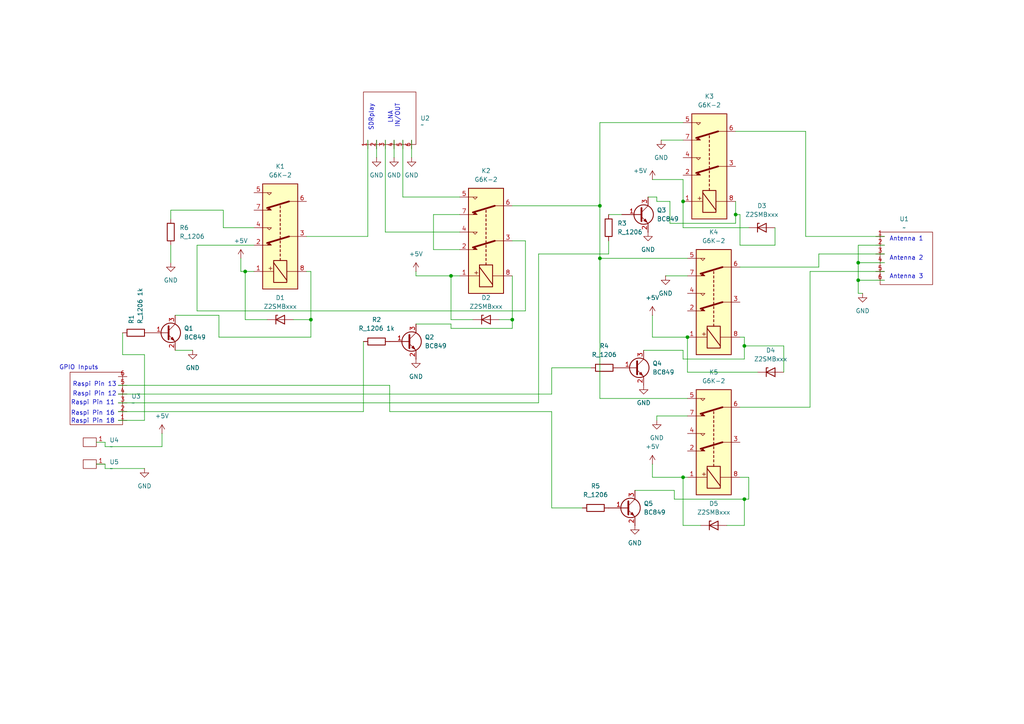
<source format=kicad_sch>
(kicad_sch
	(version 20231120)
	(generator "eeschema")
	(generator_version "8.0")
	(uuid "d8cf24a3-500a-4c3e-9895-0089e878c3d4")
	(paper "A4")
	(lib_symbols
		(symbol "Diode:Z2SMBxxx"
			(pin_numbers hide)
			(pin_names hide)
			(exclude_from_sim no)
			(in_bom yes)
			(on_board yes)
			(property "Reference" "D"
				(at 0 2.54 0)
				(effects
					(font
						(size 1.27 1.27)
					)
				)
			)
			(property "Value" "Z2SMBxxx"
				(at 0 -2.54 0)
				(effects
					(font
						(size 1.27 1.27)
					)
				)
			)
			(property "Footprint" "Diode_SMD:D_SMB"
				(at 0 -4.445 0)
				(effects
					(font
						(size 1.27 1.27)
					)
					(hide yes)
				)
			)
			(property "Datasheet" "https://diotec.com/tl_files/diotec/files/pdf/datasheets/z2smb1.pdf"
				(at 0 0 0)
				(effects
					(font
						(size 1.27 1.27)
					)
					(hide yes)
				)
			)
			(property "Description" "2000mW Zener Diode, SMB(DO-214AA)"
				(at 0 0 0)
				(effects
					(font
						(size 1.27 1.27)
					)
					(hide yes)
				)
			)
			(property "ki_keywords" "zener diode"
				(at 0 0 0)
				(effects
					(font
						(size 1.27 1.27)
					)
					(hide yes)
				)
			)
			(property "ki_fp_filters" "D?SMB*"
				(at 0 0 0)
				(effects
					(font
						(size 1.27 1.27)
					)
					(hide yes)
				)
			)
			(symbol "Z2SMBxxx_0_1"
				(polyline
					(pts
						(xy 1.27 0) (xy -1.27 0)
					)
					(stroke
						(width 0)
						(type default)
					)
					(fill
						(type none)
					)
				)
				(polyline
					(pts
						(xy -1.27 -1.27) (xy -1.27 1.27) (xy -0.762 1.27)
					)
					(stroke
						(width 0.254)
						(type default)
					)
					(fill
						(type none)
					)
				)
				(polyline
					(pts
						(xy 1.27 -1.27) (xy 1.27 1.27) (xy -1.27 0) (xy 1.27 -1.27)
					)
					(stroke
						(width 0.254)
						(type default)
					)
					(fill
						(type none)
					)
				)
			)
			(symbol "Z2SMBxxx_1_1"
				(pin passive line
					(at -3.81 0 0)
					(length 2.54)
					(name "K"
						(effects
							(font
								(size 1.27 1.27)
							)
						)
					)
					(number "1"
						(effects
							(font
								(size 1.27 1.27)
							)
						)
					)
				)
				(pin passive line
					(at 3.81 0 180)
					(length 2.54)
					(name "A"
						(effects
							(font
								(size 1.27 1.27)
							)
						)
					)
					(number "2"
						(effects
							(font
								(size 1.27 1.27)
							)
						)
					)
				)
			)
		)
		(symbol "Löt_6_pad_1"
			(exclude_from_sim no)
			(in_bom no)
			(on_board yes)
			(property "Reference" "U"
				(at -7.112 2.032 0)
				(effects
					(font
						(size 1.27 1.27)
					)
				)
			)
			(property "Value" ""
				(at 0 0 0)
				(effects
					(font
						(size 1.27 1.27)
					)
				)
			)
			(property "Footprint" ""
				(at 0 0 0)
				(effects
					(font
						(size 1.27 1.27)
					)
					(hide yes)
				)
			)
			(property "Datasheet" ""
				(at 0 0 0)
				(effects
					(font
						(size 1.27 1.27)
					)
					(hide yes)
				)
			)
			(property "Description" ""
				(at 0 0 0)
				(effects
					(font
						(size 1.27 1.27)
					)
					(hide yes)
				)
			)
			(symbol "Löt_6_pad_1_0_0"
				(pin input line
					(at 0 -12.7 0)
					(length 2.54)
					(name ""
						(effects
							(font
								(size 1.27 1.27)
							)
						)
					)
					(number "1"
						(effects
							(font
								(size 1.27 1.27)
							)
						)
					)
				)
				(pin input line
					(at 0 -10.16 0)
					(length 2.54)
					(name ""
						(effects
							(font
								(size 1.27 1.27)
							)
						)
					)
					(number "2"
						(effects
							(font
								(size 1.27 1.27)
							)
						)
					)
				)
				(pin input line
					(at 0 -7.62 0)
					(length 2.54)
					(name ""
						(effects
							(font
								(size 1.27 1.27)
							)
						)
					)
					(number "3"
						(effects
							(font
								(size 1.27 1.27)
							)
						)
					)
				)
				(pin input line
					(at 0 -5.08 0)
					(length 2.54)
					(name ""
						(effects
							(font
								(size 1.27 1.27)
							)
						)
					)
					(number "4"
						(effects
							(font
								(size 1.27 1.27)
							)
						)
					)
				)
				(pin input line
					(at 0 -2.54 0)
					(length 2.54)
					(name ""
						(effects
							(font
								(size 1.27 1.27)
							)
						)
					)
					(number "5"
						(effects
							(font
								(size 1.27 1.27)
							)
						)
					)
				)
				(pin input line
					(at 0 0 0)
					(length 2.54)
					(name ""
						(effects
							(font
								(size 1.27 1.27)
							)
						)
					)
					(number "6"
						(effects
							(font
								(size 1.27 1.27)
							)
						)
					)
				)
			)
			(symbol "Löt_6_pad_1_0_1"
				(rectangle
					(start -13.97 1.27)
					(end 1.27 -13.97)
					(stroke
						(width 0)
						(type default)
					)
					(fill
						(type none)
					)
				)
			)
		)
		(symbol "Löt_6_pad_2"
			(exclude_from_sim no)
			(in_bom no)
			(on_board yes)
			(property "Reference" "U"
				(at -7.112 2.032 0)
				(effects
					(font
						(size 1.27 1.27)
					)
				)
			)
			(property "Value" ""
				(at 0 0 0)
				(effects
					(font
						(size 1.27 1.27)
					)
				)
			)
			(property "Footprint" ""
				(at 0 0 0)
				(effects
					(font
						(size 1.27 1.27)
					)
					(hide yes)
				)
			)
			(property "Datasheet" ""
				(at 0 0 0)
				(effects
					(font
						(size 1.27 1.27)
					)
					(hide yes)
				)
			)
			(property "Description" ""
				(at 0 0 0)
				(effects
					(font
						(size 1.27 1.27)
					)
					(hide yes)
				)
			)
			(symbol "Löt_6_pad_2_0_0"
				(pin input line
					(at 0 -12.7 0)
					(length 2.54)
					(name ""
						(effects
							(font
								(size 1.27 1.27)
							)
						)
					)
					(number "1"
						(effects
							(font
								(size 1.27 1.27)
							)
						)
					)
				)
				(pin input line
					(at 0 -10.16 0)
					(length 2.54)
					(name ""
						(effects
							(font
								(size 1.27 1.27)
							)
						)
					)
					(number "2"
						(effects
							(font
								(size 1.27 1.27)
							)
						)
					)
				)
				(pin input line
					(at 0 -7.62 0)
					(length 2.54)
					(name ""
						(effects
							(font
								(size 1.27 1.27)
							)
						)
					)
					(number "3"
						(effects
							(font
								(size 1.27 1.27)
							)
						)
					)
				)
				(pin input line
					(at 0 -5.08 0)
					(length 2.54)
					(name ""
						(effects
							(font
								(size 1.27 1.27)
							)
						)
					)
					(number "4"
						(effects
							(font
								(size 1.27 1.27)
							)
						)
					)
				)
				(pin input line
					(at 0 -2.54 0)
					(length 2.54)
					(name ""
						(effects
							(font
								(size 1.27 1.27)
							)
						)
					)
					(number "5"
						(effects
							(font
								(size 1.27 1.27)
							)
						)
					)
				)
				(pin input line
					(at 0 0 0)
					(length 2.54)
					(name ""
						(effects
							(font
								(size 1.27 1.27)
							)
						)
					)
					(number "6"
						(effects
							(font
								(size 1.27 1.27)
							)
						)
					)
				)
			)
			(symbol "Löt_6_pad_2_0_1"
				(rectangle
					(start -13.97 1.27)
					(end 1.27 -13.97)
					(stroke
						(width 0)
						(type default)
					)
					(fill
						(type none)
					)
				)
			)
		)
		(symbol "Lötpad_symbol:Löt_6_pad"
			(exclude_from_sim no)
			(in_bom no)
			(on_board yes)
			(property "Reference" "U"
				(at -7.112 2.032 0)
				(effects
					(font
						(size 1.27 1.27)
					)
				)
			)
			(property "Value" ""
				(at 0 0 0)
				(effects
					(font
						(size 1.27 1.27)
					)
				)
			)
			(property "Footprint" ""
				(at 0 0 0)
				(effects
					(font
						(size 1.27 1.27)
					)
					(hide yes)
				)
			)
			(property "Datasheet" ""
				(at 0 0 0)
				(effects
					(font
						(size 1.27 1.27)
					)
					(hide yes)
				)
			)
			(property "Description" ""
				(at 0 0 0)
				(effects
					(font
						(size 1.27 1.27)
					)
					(hide yes)
				)
			)
			(symbol "Löt_6_pad_0_0"
				(pin input line
					(at 0 -12.7 0)
					(length 2.54)
					(name ""
						(effects
							(font
								(size 1.27 1.27)
							)
						)
					)
					(number "1"
						(effects
							(font
								(size 1.27 1.27)
							)
						)
					)
				)
				(pin input line
					(at 0 -10.16 0)
					(length 2.54)
					(name ""
						(effects
							(font
								(size 1.27 1.27)
							)
						)
					)
					(number "2"
						(effects
							(font
								(size 1.27 1.27)
							)
						)
					)
				)
				(pin input line
					(at 0 -7.62 0)
					(length 2.54)
					(name ""
						(effects
							(font
								(size 1.27 1.27)
							)
						)
					)
					(number "3"
						(effects
							(font
								(size 1.27 1.27)
							)
						)
					)
				)
				(pin input line
					(at 0 -5.08 0)
					(length 2.54)
					(name ""
						(effects
							(font
								(size 1.27 1.27)
							)
						)
					)
					(number "4"
						(effects
							(font
								(size 1.27 1.27)
							)
						)
					)
				)
				(pin input line
					(at 0 -2.54 0)
					(length 2.54)
					(name ""
						(effects
							(font
								(size 1.27 1.27)
							)
						)
					)
					(number "5"
						(effects
							(font
								(size 1.27 1.27)
							)
						)
					)
				)
				(pin input line
					(at 0 0 0)
					(length 2.54)
					(name ""
						(effects
							(font
								(size 1.27 1.27)
							)
						)
					)
					(number "6"
						(effects
							(font
								(size 1.27 1.27)
							)
						)
					)
				)
			)
			(symbol "Löt_6_pad_0_1"
				(rectangle
					(start -13.97 1.27)
					(end 1.27 -13.97)
					(stroke
						(width 0)
						(type default)
					)
					(fill
						(type none)
					)
				)
			)
		)
		(symbol "Lötpad_symbol:Löt_pad_5_5"
			(exclude_from_sim no)
			(in_bom yes)
			(on_board yes)
			(property "Reference" "U"
				(at 0 0 0)
				(effects
					(font
						(size 1.27 1.27)
					)
				)
			)
			(property "Value" ""
				(at 0 0 0)
				(effects
					(font
						(size 1.27 1.27)
					)
				)
			)
			(property "Footprint" ""
				(at 0 0 0)
				(effects
					(font
						(size 1.27 1.27)
					)
					(hide yes)
				)
			)
			(property "Datasheet" ""
				(at 0 0 0)
				(effects
					(font
						(size 1.27 1.27)
					)
					(hide yes)
				)
			)
			(property "Description" ""
				(at 0 0 0)
				(effects
					(font
						(size 1.27 1.27)
					)
					(hide yes)
				)
			)
			(symbol "Löt_pad_5_5_0_0"
				(pin power_in line
					(at 0 0 90)
					(length 2.54)
					(name ""
						(effects
							(font
								(size 1.27 1.27)
							)
						)
					)
					(number "1"
						(effects
							(font
								(size 1.27 1.27)
							)
						)
					)
				)
			)
			(symbol "Löt_pad_5_5_0_1"
				(rectangle
					(start -1.27 0)
					(end 1.27 -3.81)
					(stroke
						(width 0)
						(type default)
					)
					(fill
						(type none)
					)
				)
			)
		)
		(symbol "PCM_Resistor_AKL:R_1206"
			(pin_numbers hide)
			(pin_names
				(offset 0)
			)
			(exclude_from_sim no)
			(in_bom yes)
			(on_board yes)
			(property "Reference" "R"
				(at 2.54 1.27 0)
				(effects
					(font
						(size 1.27 1.27)
					)
					(justify left)
				)
			)
			(property "Value" "R_1206"
				(at 2.54 -1.27 0)
				(effects
					(font
						(size 1.27 1.27)
					)
					(justify left)
				)
			)
			(property "Footprint" "PCM_Resistor_SMD_AKL:R_1206_3216Metric"
				(at 0 -11.43 0)
				(effects
					(font
						(size 1.27 1.27)
					)
					(hide yes)
				)
			)
			(property "Datasheet" "~"
				(at 0 0 0)
				(effects
					(font
						(size 1.27 1.27)
					)
					(hide yes)
				)
			)
			(property "Description" "SMD 1206 Chip Resistor, European Symbol, Alternate KiCad Library"
				(at 0 0 0)
				(effects
					(font
						(size 1.27 1.27)
					)
					(hide yes)
				)
			)
			(property "ki_keywords" "R res resistor eu  smd 1206"
				(at 0 0 0)
				(effects
					(font
						(size 1.27 1.27)
					)
					(hide yes)
				)
			)
			(property "ki_fp_filters" "R_*"
				(at 0 0 0)
				(effects
					(font
						(size 1.27 1.27)
					)
					(hide yes)
				)
			)
			(symbol "R_1206_0_1"
				(rectangle
					(start -1.016 2.54)
					(end 1.016 -2.54)
					(stroke
						(width 0.254)
						(type default)
					)
					(fill
						(type none)
					)
				)
			)
			(symbol "R_1206_0_2"
				(polyline
					(pts
						(xy -2.54 -2.54) (xy -1.524 -1.524)
					)
					(stroke
						(width 0)
						(type default)
					)
					(fill
						(type none)
					)
				)
				(polyline
					(pts
						(xy 1.524 1.524) (xy 2.54 2.54)
					)
					(stroke
						(width 0)
						(type default)
					)
					(fill
						(type none)
					)
				)
				(polyline
					(pts
						(xy 1.524 1.524) (xy 0.889 2.159) (xy -2.159 -0.889) (xy -0.889 -2.159) (xy 2.159 0.889) (xy 1.524 1.524)
					)
					(stroke
						(width 0.254)
						(type default)
					)
					(fill
						(type none)
					)
				)
			)
			(symbol "R_1206_1_1"
				(pin passive line
					(at 0 3.81 270)
					(length 1.27)
					(name "~"
						(effects
							(font
								(size 1.27 1.27)
							)
						)
					)
					(number "1"
						(effects
							(font
								(size 1.27 1.27)
							)
						)
					)
				)
				(pin passive line
					(at 0 -3.81 90)
					(length 1.27)
					(name "~"
						(effects
							(font
								(size 1.27 1.27)
							)
						)
					)
					(number "2"
						(effects
							(font
								(size 1.27 1.27)
							)
						)
					)
				)
			)
			(symbol "R_1206_1_2"
				(pin passive line
					(at 2.54 2.54 180)
					(length 0)
					(name ""
						(effects
							(font
								(size 1.27 1.27)
							)
						)
					)
					(number "1"
						(effects
							(font
								(size 1.27 1.27)
							)
						)
					)
				)
				(pin passive line
					(at -2.54 -2.54 0)
					(length 0)
					(name ""
						(effects
							(font
								(size 1.27 1.27)
							)
						)
					)
					(number "2"
						(effects
							(font
								(size 1.27 1.27)
							)
						)
					)
				)
			)
		)
		(symbol "Relay:G6K-2"
			(exclude_from_sim no)
			(in_bom yes)
			(on_board yes)
			(property "Reference" "K"
				(at 16.51 3.81 0)
				(effects
					(font
						(size 1.27 1.27)
					)
					(justify left)
				)
			)
			(property "Value" "G6K-2"
				(at 16.51 1.27 0)
				(effects
					(font
						(size 1.27 1.27)
					)
					(justify left)
				)
			)
			(property "Footprint" ""
				(at 0 0 0)
				(effects
					(font
						(size 1.27 1.27)
					)
					(justify left)
					(hide yes)
				)
			)
			(property "Datasheet" "http://omronfs.omron.com/en_US/ecb/products/pdf/en-g6k.pdf"
				(at 0 0 0)
				(effects
					(font
						(size 1.27 1.27)
					)
					(hide yes)
				)
			)
			(property "Description" "Miniature 2-pole relay, Single-side Stable"
				(at 0 0 0)
				(effects
					(font
						(size 1.27 1.27)
					)
					(hide yes)
				)
			)
			(property "ki_keywords" "Miniature Relay Dual Pole DPDT Omron"
				(at 0 0 0)
				(effects
					(font
						(size 1.27 1.27)
					)
					(hide yes)
				)
			)
			(property "ki_fp_filters" "Relay*DPDT*Omron*G6K?2*"
				(at 0 0 0)
				(effects
					(font
						(size 1.27 1.27)
					)
					(hide yes)
				)
			)
			(symbol "G6K-2_0_0"
				(text "+"
					(at -9.271 2.921 0)
					(effects
						(font
							(size 1.27 1.27)
						)
					)
				)
			)
			(symbol "G6K-2_0_1"
				(rectangle
					(start -15.24 5.08)
					(end 15.24 -5.08)
					(stroke
						(width 0.254)
						(type default)
					)
					(fill
						(type background)
					)
				)
				(rectangle
					(start -13.335 1.905)
					(end -6.985 -1.905)
					(stroke
						(width 0.254)
						(type default)
					)
					(fill
						(type none)
					)
				)
				(polyline
					(pts
						(xy -12.7 -1.905) (xy -7.62 1.905)
					)
					(stroke
						(width 0.254)
						(type default)
					)
					(fill
						(type none)
					)
				)
				(polyline
					(pts
						(xy -10.16 -5.08) (xy -10.16 -1.905)
					)
					(stroke
						(width 0)
						(type default)
					)
					(fill
						(type none)
					)
				)
				(polyline
					(pts
						(xy -10.16 5.08) (xy -10.16 1.905)
					)
					(stroke
						(width 0)
						(type default)
					)
					(fill
						(type none)
					)
				)
				(polyline
					(pts
						(xy -6.985 0) (xy -6.35 0)
					)
					(stroke
						(width 0.254)
						(type default)
					)
					(fill
						(type none)
					)
				)
				(polyline
					(pts
						(xy -5.715 0) (xy -5.08 0)
					)
					(stroke
						(width 0.254)
						(type default)
					)
					(fill
						(type none)
					)
				)
				(polyline
					(pts
						(xy -4.445 0) (xy -3.81 0)
					)
					(stroke
						(width 0.254)
						(type default)
					)
					(fill
						(type none)
					)
				)
				(polyline
					(pts
						(xy -3.175 0) (xy -2.54 0)
					)
					(stroke
						(width 0.254)
						(type default)
					)
					(fill
						(type none)
					)
				)
				(polyline
					(pts
						(xy -1.905 0) (xy -1.27 0)
					)
					(stroke
						(width 0.254)
						(type default)
					)
					(fill
						(type none)
					)
				)
				(polyline
					(pts
						(xy -0.635 0) (xy 0 0)
					)
					(stroke
						(width 0.254)
						(type default)
					)
					(fill
						(type none)
					)
				)
				(polyline
					(pts
						(xy 0 -2.54) (xy -1.905 3.81)
					)
					(stroke
						(width 0.508)
						(type default)
					)
					(fill
						(type none)
					)
				)
				(polyline
					(pts
						(xy 0 -2.54) (xy 0 -5.08)
					)
					(stroke
						(width 0)
						(type default)
					)
					(fill
						(type none)
					)
				)
				(polyline
					(pts
						(xy 0.635 0) (xy 1.27 0)
					)
					(stroke
						(width 0.254)
						(type default)
					)
					(fill
						(type none)
					)
				)
				(polyline
					(pts
						(xy 1.905 0) (xy 2.54 0)
					)
					(stroke
						(width 0.254)
						(type default)
					)
					(fill
						(type none)
					)
				)
				(polyline
					(pts
						(xy 3.175 0) (xy 3.81 0)
					)
					(stroke
						(width 0.254)
						(type default)
					)
					(fill
						(type none)
					)
				)
				(polyline
					(pts
						(xy 4.445 0) (xy 5.08 0)
					)
					(stroke
						(width 0.254)
						(type default)
					)
					(fill
						(type none)
					)
				)
				(polyline
					(pts
						(xy 5.715 0) (xy 6.35 0)
					)
					(stroke
						(width 0.254)
						(type default)
					)
					(fill
						(type none)
					)
				)
				(polyline
					(pts
						(xy 6.985 0) (xy 7.62 0)
					)
					(stroke
						(width 0.254)
						(type default)
					)
					(fill
						(type none)
					)
				)
				(polyline
					(pts
						(xy 8.255 0) (xy 8.89 0)
					)
					(stroke
						(width 0.254)
						(type default)
					)
					(fill
						(type none)
					)
				)
				(polyline
					(pts
						(xy 10.16 -2.54) (xy 8.255 3.81)
					)
					(stroke
						(width 0.508)
						(type default)
					)
					(fill
						(type none)
					)
				)
				(polyline
					(pts
						(xy 10.16 -2.54) (xy 10.16 -5.08)
					)
					(stroke
						(width 0)
						(type default)
					)
					(fill
						(type none)
					)
				)
				(polyline
					(pts
						(xy -2.54 5.08) (xy -2.54 2.54) (xy -1.905 3.175) (xy -2.54 3.81)
					)
					(stroke
						(width 0)
						(type default)
					)
					(fill
						(type outline)
					)
				)
				(polyline
					(pts
						(xy 2.54 5.08) (xy 2.54 2.54) (xy 1.905 3.175) (xy 2.54 3.81)
					)
					(stroke
						(width 0)
						(type default)
					)
					(fill
						(type none)
					)
				)
				(polyline
					(pts
						(xy 7.62 5.08) (xy 7.62 2.54) (xy 8.255 3.175) (xy 7.62 3.81)
					)
					(stroke
						(width 0)
						(type default)
					)
					(fill
						(type outline)
					)
				)
				(polyline
					(pts
						(xy 12.7 5.08) (xy 12.7 2.54) (xy 12.065 3.175) (xy 12.7 3.81)
					)
					(stroke
						(width 0)
						(type default)
					)
					(fill
						(type none)
					)
				)
			)
			(symbol "G6K-2_1_1"
				(pin passive line
					(at -10.16 7.62 270)
					(length 2.54)
					(name "~"
						(effects
							(font
								(size 1.27 1.27)
							)
						)
					)
					(number "1"
						(effects
							(font
								(size 1.27 1.27)
							)
						)
					)
				)
				(pin passive line
					(at -2.54 7.62 270)
					(length 2.54)
					(name "~"
						(effects
							(font
								(size 1.27 1.27)
							)
						)
					)
					(number "2"
						(effects
							(font
								(size 1.27 1.27)
							)
						)
					)
				)
				(pin passive line
					(at 0 -7.62 90)
					(length 2.54)
					(name "~"
						(effects
							(font
								(size 1.27 1.27)
							)
						)
					)
					(number "3"
						(effects
							(font
								(size 1.27 1.27)
							)
						)
					)
				)
				(pin passive line
					(at 2.54 7.62 270)
					(length 2.54)
					(name "~"
						(effects
							(font
								(size 1.27 1.27)
							)
						)
					)
					(number "4"
						(effects
							(font
								(size 1.27 1.27)
							)
						)
					)
				)
				(pin passive line
					(at 12.7 7.62 270)
					(length 2.54)
					(name "~"
						(effects
							(font
								(size 1.27 1.27)
							)
						)
					)
					(number "5"
						(effects
							(font
								(size 1.27 1.27)
							)
						)
					)
				)
				(pin passive line
					(at 10.16 -7.62 90)
					(length 2.54)
					(name "~"
						(effects
							(font
								(size 1.27 1.27)
							)
						)
					)
					(number "6"
						(effects
							(font
								(size 1.27 1.27)
							)
						)
					)
				)
				(pin passive line
					(at 7.62 7.62 270)
					(length 2.54)
					(name "~"
						(effects
							(font
								(size 1.27 1.27)
							)
						)
					)
					(number "7"
						(effects
							(font
								(size 1.27 1.27)
							)
						)
					)
				)
				(pin passive line
					(at -10.16 -7.62 90)
					(length 2.54)
					(name "~"
						(effects
							(font
								(size 1.27 1.27)
							)
						)
					)
					(number "8"
						(effects
							(font
								(size 1.27 1.27)
							)
						)
					)
				)
			)
		)
		(symbol "Transistor_BJT:BC849"
			(pin_names
				(offset 0) hide)
			(exclude_from_sim no)
			(in_bom yes)
			(on_board yes)
			(property "Reference" "Q"
				(at 5.08 1.905 0)
				(effects
					(font
						(size 1.27 1.27)
					)
					(justify left)
				)
			)
			(property "Value" "BC849"
				(at 5.08 0 0)
				(effects
					(font
						(size 1.27 1.27)
					)
					(justify left)
				)
			)
			(property "Footprint" "Package_TO_SOT_SMD:SOT-23"
				(at 5.08 -1.905 0)
				(effects
					(font
						(size 1.27 1.27)
						(italic yes)
					)
					(justify left)
					(hide yes)
				)
			)
			(property "Datasheet" "http://www.infineon.com/dgdl/Infineon-BC847SERIES_BC848SERIES_BC849SERIES_BC850SERIES-DS-v01_01-en.pdf?fileId=db3a304314dca389011541d4630a1657"
				(at 0 0 0)
				(effects
					(font
						(size 1.27 1.27)
					)
					(justify left)
					(hide yes)
				)
			)
			(property "Description" "0.1A Ic, 30V Vce, NPN Transistor, SOT-23"
				(at 0 0 0)
				(effects
					(font
						(size 1.27 1.27)
					)
					(hide yes)
				)
			)
			(property "ki_keywords" "NPN Small Signal Transistor"
				(at 0 0 0)
				(effects
					(font
						(size 1.27 1.27)
					)
					(hide yes)
				)
			)
			(property "ki_fp_filters" "SOT?23*"
				(at 0 0 0)
				(effects
					(font
						(size 1.27 1.27)
					)
					(hide yes)
				)
			)
			(symbol "BC849_0_1"
				(polyline
					(pts
						(xy 0.635 0.635) (xy 2.54 2.54)
					)
					(stroke
						(width 0)
						(type default)
					)
					(fill
						(type none)
					)
				)
				(polyline
					(pts
						(xy 0.635 -0.635) (xy 2.54 -2.54) (xy 2.54 -2.54)
					)
					(stroke
						(width 0)
						(type default)
					)
					(fill
						(type none)
					)
				)
				(polyline
					(pts
						(xy 0.635 1.905) (xy 0.635 -1.905) (xy 0.635 -1.905)
					)
					(stroke
						(width 0.508)
						(type default)
					)
					(fill
						(type none)
					)
				)
				(polyline
					(pts
						(xy 1.27 -1.778) (xy 1.778 -1.27) (xy 2.286 -2.286) (xy 1.27 -1.778) (xy 1.27 -1.778)
					)
					(stroke
						(width 0)
						(type default)
					)
					(fill
						(type outline)
					)
				)
				(circle
					(center 1.27 0)
					(radius 2.8194)
					(stroke
						(width 0.254)
						(type default)
					)
					(fill
						(type none)
					)
				)
			)
			(symbol "BC849_1_1"
				(pin input line
					(at -5.08 0 0)
					(length 5.715)
					(name "B"
						(effects
							(font
								(size 1.27 1.27)
							)
						)
					)
					(number "1"
						(effects
							(font
								(size 1.27 1.27)
							)
						)
					)
				)
				(pin passive line
					(at 2.54 -5.08 90)
					(length 2.54)
					(name "E"
						(effects
							(font
								(size 1.27 1.27)
							)
						)
					)
					(number "2"
						(effects
							(font
								(size 1.27 1.27)
							)
						)
					)
				)
				(pin passive line
					(at 2.54 5.08 270)
					(length 2.54)
					(name "C"
						(effects
							(font
								(size 1.27 1.27)
							)
						)
					)
					(number "3"
						(effects
							(font
								(size 1.27 1.27)
							)
						)
					)
				)
			)
		)
		(symbol "power:+5V"
			(power)
			(pin_numbers hide)
			(pin_names
				(offset 0) hide)
			(exclude_from_sim no)
			(in_bom yes)
			(on_board yes)
			(property "Reference" "#PWR"
				(at 0 -3.81 0)
				(effects
					(font
						(size 1.27 1.27)
					)
					(hide yes)
				)
			)
			(property "Value" "+5V"
				(at 0 3.556 0)
				(effects
					(font
						(size 1.27 1.27)
					)
				)
			)
			(property "Footprint" ""
				(at 0 0 0)
				(effects
					(font
						(size 1.27 1.27)
					)
					(hide yes)
				)
			)
			(property "Datasheet" ""
				(at 0 0 0)
				(effects
					(font
						(size 1.27 1.27)
					)
					(hide yes)
				)
			)
			(property "Description" "Power symbol creates a global label with name \"+5V\""
				(at 0 0 0)
				(effects
					(font
						(size 1.27 1.27)
					)
					(hide yes)
				)
			)
			(property "ki_keywords" "global power"
				(at 0 0 0)
				(effects
					(font
						(size 1.27 1.27)
					)
					(hide yes)
				)
			)
			(symbol "+5V_0_1"
				(polyline
					(pts
						(xy -0.762 1.27) (xy 0 2.54)
					)
					(stroke
						(width 0)
						(type default)
					)
					(fill
						(type none)
					)
				)
				(polyline
					(pts
						(xy 0 0) (xy 0 2.54)
					)
					(stroke
						(width 0)
						(type default)
					)
					(fill
						(type none)
					)
				)
				(polyline
					(pts
						(xy 0 2.54) (xy 0.762 1.27)
					)
					(stroke
						(width 0)
						(type default)
					)
					(fill
						(type none)
					)
				)
			)
			(symbol "+5V_1_1"
				(pin power_in line
					(at 0 0 90)
					(length 0)
					(name "~"
						(effects
							(font
								(size 1.27 1.27)
							)
						)
					)
					(number "1"
						(effects
							(font
								(size 1.27 1.27)
							)
						)
					)
				)
			)
		)
		(symbol "power:GND"
			(power)
			(pin_numbers hide)
			(pin_names
				(offset 0) hide)
			(exclude_from_sim no)
			(in_bom yes)
			(on_board yes)
			(property "Reference" "#PWR"
				(at 0 -6.35 0)
				(effects
					(font
						(size 1.27 1.27)
					)
					(hide yes)
				)
			)
			(property "Value" "GND"
				(at 0 -3.81 0)
				(effects
					(font
						(size 1.27 1.27)
					)
				)
			)
			(property "Footprint" ""
				(at 0 0 0)
				(effects
					(font
						(size 1.27 1.27)
					)
					(hide yes)
				)
			)
			(property "Datasheet" ""
				(at 0 0 0)
				(effects
					(font
						(size 1.27 1.27)
					)
					(hide yes)
				)
			)
			(property "Description" "Power symbol creates a global label with name \"GND\" , ground"
				(at 0 0 0)
				(effects
					(font
						(size 1.27 1.27)
					)
					(hide yes)
				)
			)
			(property "ki_keywords" "global power"
				(at 0 0 0)
				(effects
					(font
						(size 1.27 1.27)
					)
					(hide yes)
				)
			)
			(symbol "GND_0_1"
				(polyline
					(pts
						(xy 0 0) (xy 0 -1.27) (xy 1.27 -1.27) (xy 0 -2.54) (xy -1.27 -1.27) (xy 0 -1.27)
					)
					(stroke
						(width 0)
						(type default)
					)
					(fill
						(type none)
					)
				)
			)
			(symbol "GND_1_1"
				(pin power_in line
					(at 0 0 270)
					(length 0)
					(name "~"
						(effects
							(font
								(size 1.27 1.27)
							)
						)
					)
					(number "1"
						(effects
							(font
								(size 1.27 1.27)
							)
						)
					)
				)
			)
		)
	)
	(junction
		(at 90.17 92.71)
		(diameter 0)
		(color 0 0 0 0)
		(uuid "097abb38-a6d5-4359-a111-26ad16100d8a")
	)
	(junction
		(at 199.39 97.79)
		(diameter 0)
		(color 0 0 0 0)
		(uuid "32e71f0e-fcae-49f4-89df-8878ed65c829")
	)
	(junction
		(at 173.99 74.93)
		(diameter 0)
		(color 0 0 0 0)
		(uuid "4b047db4-0402-4040-bdc8-01180ae6bc4c")
	)
	(junction
		(at 215.9 100.33)
		(diameter 0)
		(color 0 0 0 0)
		(uuid "534be6d9-8a89-4b00-9842-94460551fa40")
	)
	(junction
		(at 198.12 58.42)
		(diameter 0)
		(color 0 0 0 0)
		(uuid "619b564f-cb74-4b34-b554-3f7d9c6af8d3")
	)
	(junction
		(at 248.92 81.28)
		(diameter 0)
		(color 0 0 0 0)
		(uuid "7d5bae39-371c-4320-9960-eaa62b6fa215")
	)
	(junction
		(at 130.81 80.01)
		(diameter 0)
		(color 0 0 0 0)
		(uuid "92022ab6-e08f-4e25-a545-69d1c8f2b3b8")
	)
	(junction
		(at 215.9 144.78)
		(diameter 0)
		(color 0 0 0 0)
		(uuid "9584786d-949f-42bc-aa35-e4f045c48b0f")
	)
	(junction
		(at 248.92 76.2)
		(diameter 0)
		(color 0 0 0 0)
		(uuid "b6a05e7a-83af-484b-81aa-72e4aa989b79")
	)
	(junction
		(at 148.59 92.71)
		(diameter 0)
		(color 0 0 0 0)
		(uuid "b86b8d87-1f80-4f97-a214-df802088e024")
	)
	(junction
		(at 173.99 59.69)
		(diameter 0)
		(color 0 0 0 0)
		(uuid "c8b63a07-be88-4592-900c-649cc0002abe")
	)
	(junction
		(at 71.12 78.74)
		(diameter 0)
		(color 0 0 0 0)
		(uuid "e342da9e-6b13-46c4-a9bd-2d3ebdc22951")
	)
	(junction
		(at 198.12 138.43)
		(diameter 0)
		(color 0 0 0 0)
		(uuid "f3de2a92-8078-4047-8aaf-82fd06077806")
	)
	(junction
		(at 213.36 62.23)
		(diameter 0)
		(color 0 0 0 0)
		(uuid "f537e18c-05b8-4886-bf83-f27dc6590bbe")
	)
	(wire
		(pts
			(xy 198.12 104.14) (xy 215.9 104.14)
		)
		(stroke
			(width 0)
			(type default)
		)
		(uuid "04dea0d8-49a4-4fd4-ba09-58811253fb0d")
	)
	(wire
		(pts
			(xy 187.96 57.15) (xy 190.5 57.15)
		)
		(stroke
			(width 0)
			(type default)
		)
		(uuid "0609862a-fdcf-40ba-9854-e8999eb09934")
	)
	(wire
		(pts
			(xy 41.91 102.87) (xy 41.91 121.92)
		)
		(stroke
			(width 0)
			(type default)
		)
		(uuid "07e877bf-a13d-4875-a48f-cf297885b802")
	)
	(wire
		(pts
			(xy 160.02 114.3) (xy 34.29 114.3)
		)
		(stroke
			(width 0)
			(type default)
		)
		(uuid "0c93ed1e-cd31-4355-b722-092ebc80f9e1")
	)
	(wire
		(pts
			(xy 256.54 71.12) (xy 248.92 71.12)
		)
		(stroke
			(width 0)
			(type default)
		)
		(uuid "0d65d97b-c886-421c-9126-3c0a06dce292")
	)
	(wire
		(pts
			(xy 191.77 40.64) (xy 198.12 40.64)
		)
		(stroke
			(width 0)
			(type default)
		)
		(uuid "11bacffe-36ef-4679-91e2-808cb70835ac")
	)
	(wire
		(pts
			(xy 217.17 138.43) (xy 214.63 138.43)
		)
		(stroke
			(width 0)
			(type default)
		)
		(uuid "18a55dfa-78c3-44cf-aef7-d980705312ba")
	)
	(wire
		(pts
			(xy 214.63 62.23) (xy 213.36 62.23)
		)
		(stroke
			(width 0)
			(type default)
		)
		(uuid "1ad51c4f-bf9f-47de-a911-7657faddaf0f")
	)
	(wire
		(pts
			(xy 184.15 142.24) (xy 195.58 142.24)
		)
		(stroke
			(width 0)
			(type default)
		)
		(uuid "1c466249-5cad-4353-8a6c-54714a05f6c7")
	)
	(wire
		(pts
			(xy 113.03 111.76) (xy 34.29 111.76)
		)
		(stroke
			(width 0)
			(type default)
		)
		(uuid "1d8d2cfd-d2aa-4d7f-b691-8a80780d6d31")
	)
	(wire
		(pts
			(xy 133.35 57.15) (xy 116.84 57.15)
		)
		(stroke
			(width 0)
			(type default)
		)
		(uuid "1dcd5964-7fdf-40a1-838e-42a26f7da092")
	)
	(wire
		(pts
			(xy 133.35 80.01) (xy 130.81 80.01)
		)
		(stroke
			(width 0)
			(type default)
		)
		(uuid "20a93d1b-1c58-4695-ac1d-8d9d733f7391")
	)
	(wire
		(pts
			(xy 248.92 85.09) (xy 250.19 85.09)
		)
		(stroke
			(width 0)
			(type default)
		)
		(uuid "212e9cc4-9bc4-461e-8c59-63052f4da7c9")
	)
	(wire
		(pts
			(xy 168.91 147.32) (xy 160.02 147.32)
		)
		(stroke
			(width 0)
			(type default)
		)
		(uuid "22042894-59c0-44bf-bfda-a10fa3c59549")
	)
	(wire
		(pts
			(xy 57.15 71.12) (xy 57.15 90.17)
		)
		(stroke
			(width 0)
			(type default)
		)
		(uuid "25524124-43b7-4af4-8c8e-a6957f281650")
	)
	(wire
		(pts
			(xy 198.12 52.07) (xy 198.12 58.42)
		)
		(stroke
			(width 0)
			(type default)
		)
		(uuid "263a2f35-a032-47b2-92f6-b86dc7eb7264")
	)
	(wire
		(pts
			(xy 227.33 107.95) (xy 227.33 100.33)
		)
		(stroke
			(width 0)
			(type default)
		)
		(uuid "27a98ec1-5c86-452a-8300-0d8aa05295a5")
	)
	(wire
		(pts
			(xy 152.4 69.85) (xy 152.4 90.17)
		)
		(stroke
			(width 0)
			(type default)
		)
		(uuid "2b81a9f2-e671-4006-9987-2b90e0edc4b2")
	)
	(wire
		(pts
			(xy 224.79 66.04) (xy 224.79 71.12)
		)
		(stroke
			(width 0)
			(type default)
		)
		(uuid "2b88147b-7ca2-40d7-8fd2-eae59c2fb730")
	)
	(wire
		(pts
			(xy 106.68 40.64) (xy 106.68 68.58)
		)
		(stroke
			(width 0)
			(type default)
		)
		(uuid "2e7f4051-4242-4eec-b2e5-11b168659a6a")
	)
	(wire
		(pts
			(xy 190.5 58.42) (xy 194.31 58.42)
		)
		(stroke
			(width 0)
			(type default)
		)
		(uuid "2eed4385-a425-422e-a6ab-030d1a64fce6")
	)
	(wire
		(pts
			(xy 248.92 81.28) (xy 248.92 85.09)
		)
		(stroke
			(width 0)
			(type default)
		)
		(uuid "31567e57-b4e7-4509-a4b9-c9c0be3df90f")
	)
	(wire
		(pts
			(xy 215.9 97.79) (xy 214.63 97.79)
		)
		(stroke
			(width 0)
			(type default)
		)
		(uuid "32548496-6ec9-4f1c-b9d3-284c0a7eb8a9")
	)
	(wire
		(pts
			(xy 213.36 64.77) (xy 213.36 62.23)
		)
		(stroke
			(width 0)
			(type default)
		)
		(uuid "36dd3cd5-f6b0-497a-ace5-8a8766ecab94")
	)
	(wire
		(pts
			(xy 213.36 62.23) (xy 213.36 58.42)
		)
		(stroke
			(width 0)
			(type default)
		)
		(uuid "379d2d6b-caf5-4347-aaab-7746d9d74655")
	)
	(wire
		(pts
			(xy 213.36 38.1) (xy 233.68 38.1)
		)
		(stroke
			(width 0)
			(type default)
		)
		(uuid "39072f6e-9288-41dd-849d-3bc90d79f84b")
	)
	(wire
		(pts
			(xy 199.39 97.79) (xy 199.39 107.95)
		)
		(stroke
			(width 0)
			(type default)
		)
		(uuid "3b00881b-6d50-4c13-9959-d94ca1678a24")
	)
	(wire
		(pts
			(xy 173.99 74.93) (xy 199.39 74.93)
		)
		(stroke
			(width 0)
			(type default)
		)
		(uuid "3c70a709-7287-493a-b02a-1b38b8b4835b")
	)
	(wire
		(pts
			(xy 248.92 76.2) (xy 248.92 81.28)
		)
		(stroke
			(width 0)
			(type default)
		)
		(uuid "3cc63919-a618-43dc-9e41-5b02c8c7c17d")
	)
	(wire
		(pts
			(xy 111.76 67.31) (xy 111.76 40.64)
		)
		(stroke
			(width 0)
			(type default)
		)
		(uuid "3ce72d10-e430-4029-9ed2-3ed4a43615e9")
	)
	(wire
		(pts
			(xy 90.17 97.79) (xy 90.17 92.71)
		)
		(stroke
			(width 0)
			(type default)
		)
		(uuid "3e59dcd1-d4e7-4d50-8f25-46b6bcb939e0")
	)
	(wire
		(pts
			(xy 234.95 78.74) (xy 256.54 78.74)
		)
		(stroke
			(width 0)
			(type default)
		)
		(uuid "3e62c719-7bd8-4464-8111-e7da63f852ca")
	)
	(wire
		(pts
			(xy 130.81 80.01) (xy 120.65 80.01)
		)
		(stroke
			(width 0)
			(type default)
		)
		(uuid "3ea62389-254c-41f2-8295-30c38dadcfcd")
	)
	(wire
		(pts
			(xy 248.92 76.2) (xy 256.54 76.2)
		)
		(stroke
			(width 0)
			(type default)
		)
		(uuid "3efb22e4-87ea-4eb8-a277-c2895eb2bd97")
	)
	(wire
		(pts
			(xy 69.85 74.93) (xy 69.85 78.74)
		)
		(stroke
			(width 0)
			(type default)
		)
		(uuid "3f19c8b5-acc0-4810-b27d-88401d46c0a3")
	)
	(wire
		(pts
			(xy 34.29 121.92) (xy 41.91 121.92)
		)
		(stroke
			(width 0)
			(type default)
		)
		(uuid "41952095-0fdb-4e5d-b6cb-66f4fd4eebd0")
	)
	(wire
		(pts
			(xy 35.56 96.52) (xy 35.56 102.87)
		)
		(stroke
			(width 0)
			(type default)
		)
		(uuid "4510c199-df23-4bd6-9ff0-0a520c34ce1b")
	)
	(wire
		(pts
			(xy 85.09 92.71) (xy 90.17 92.71)
		)
		(stroke
			(width 0)
			(type default)
		)
		(uuid "475cc01e-3e2b-483f-8146-7bd658515e72")
	)
	(wire
		(pts
			(xy 198.12 58.42) (xy 198.12 66.04)
		)
		(stroke
			(width 0)
			(type default)
		)
		(uuid "47fb4410-bf4e-444e-8568-b3f0d48d8590")
	)
	(wire
		(pts
			(xy 194.31 58.42) (xy 194.31 64.77)
		)
		(stroke
			(width 0)
			(type default)
		)
		(uuid "4a07513a-817d-4ba4-836f-205ac58f2e7e")
	)
	(wire
		(pts
			(xy 160.02 119.38) (xy 113.03 119.38)
		)
		(stroke
			(width 0)
			(type default)
		)
		(uuid "4b8bc6d9-da11-449b-92d0-e02068ddd940")
	)
	(wire
		(pts
			(xy 233.68 38.1) (xy 233.68 68.58)
		)
		(stroke
			(width 0)
			(type default)
		)
		(uuid "4bed6434-4bc3-4897-975d-4ebfecb5df3b")
	)
	(wire
		(pts
			(xy 125.73 62.23) (xy 133.35 62.23)
		)
		(stroke
			(width 0)
			(type default)
		)
		(uuid "4c2bb0b9-23b1-48de-a324-d91d8a12b3fe")
	)
	(wire
		(pts
			(xy 63.5 91.44) (xy 50.8 91.44)
		)
		(stroke
			(width 0)
			(type default)
		)
		(uuid "4ed46763-7d73-4c71-8439-fa695b052d20")
	)
	(wire
		(pts
			(xy 214.63 77.47) (xy 237.49 77.47)
		)
		(stroke
			(width 0)
			(type default)
		)
		(uuid "512449ee-7a9a-4f08-9d7e-5e9f53be13d8")
	)
	(wire
		(pts
			(xy 189.23 134.62) (xy 189.23 138.43)
		)
		(stroke
			(width 0)
			(type default)
		)
		(uuid "546ad207-7460-4e45-ae34-1f85f3d500bb")
	)
	(wire
		(pts
			(xy 190.5 57.15) (xy 190.5 58.42)
		)
		(stroke
			(width 0)
			(type default)
		)
		(uuid "57e5bd2b-0efb-4fc6-ace4-5e5ab19ef8ff")
	)
	(wire
		(pts
			(xy 215.9 100.33) (xy 215.9 97.79)
		)
		(stroke
			(width 0)
			(type default)
		)
		(uuid "580c4559-b443-4b87-9f98-ed2d2275442c")
	)
	(wire
		(pts
			(xy 194.31 64.77) (xy 213.36 64.77)
		)
		(stroke
			(width 0)
			(type default)
		)
		(uuid "59a3f857-f2db-4579-af35-73107aba1ed5")
	)
	(wire
		(pts
			(xy 173.99 59.69) (xy 173.99 74.93)
		)
		(stroke
			(width 0)
			(type default)
		)
		(uuid "5bd318f9-3ba8-4097-8fc7-203c8f63e28b")
	)
	(wire
		(pts
			(xy 203.2 152.4) (xy 198.12 152.4)
		)
		(stroke
			(width 0)
			(type default)
		)
		(uuid "5bd7a725-c3d7-4f7c-a420-caabdb67ba27")
	)
	(wire
		(pts
			(xy 156.21 73.66) (xy 156.21 116.84)
		)
		(stroke
			(width 0)
			(type default)
		)
		(uuid "5c2879e5-e852-42a4-bce3-45e82fe4711f")
	)
	(wire
		(pts
			(xy 217.17 66.04) (xy 198.12 66.04)
		)
		(stroke
			(width 0)
			(type default)
		)
		(uuid "5dcd777f-1eca-4b04-aa61-a2ff14c6423c")
	)
	(wire
		(pts
			(xy 160.02 106.68) (xy 160.02 114.3)
		)
		(stroke
			(width 0)
			(type default)
		)
		(uuid "5dd01d76-71bb-4665-a63d-136962009442")
	)
	(wire
		(pts
			(xy 57.15 90.17) (xy 152.4 90.17)
		)
		(stroke
			(width 0)
			(type default)
		)
		(uuid "5df24ff8-ca6f-447c-b95b-4dbf16111673")
	)
	(wire
		(pts
			(xy 199.39 115.57) (xy 173.99 115.57)
		)
		(stroke
			(width 0)
			(type default)
		)
		(uuid "60d9b515-a346-4a83-b6a5-ffcd99eacd17")
	)
	(wire
		(pts
			(xy 189.23 52.07) (xy 198.12 52.07)
		)
		(stroke
			(width 0)
			(type default)
		)
		(uuid "62bcf4b8-e66a-46cc-a2c9-745688a5ef7d")
	)
	(wire
		(pts
			(xy 233.68 68.58) (xy 256.54 68.58)
		)
		(stroke
			(width 0)
			(type default)
		)
		(uuid "63ad7685-6100-468b-a759-896c21a0a04e")
	)
	(wire
		(pts
			(xy 176.53 73.66) (xy 156.21 73.66)
		)
		(stroke
			(width 0)
			(type default)
		)
		(uuid "63be17ee-7bdf-4056-ac8a-3c1c7857a57c")
	)
	(wire
		(pts
			(xy 248.92 71.12) (xy 248.92 76.2)
		)
		(stroke
			(width 0)
			(type default)
		)
		(uuid "66a0682b-a37a-48d5-86d8-13742d905488")
	)
	(wire
		(pts
			(xy 148.59 92.71) (xy 148.59 95.25)
		)
		(stroke
			(width 0)
			(type default)
		)
		(uuid "6746fa9a-58b1-4e57-a3ec-eb8eb0c085a9")
	)
	(wire
		(pts
			(xy 114.3 40.64) (xy 114.3 45.72)
		)
		(stroke
			(width 0)
			(type default)
		)
		(uuid "69bd6579-cc0e-4aaf-a30b-e08d3e16cdfb")
	)
	(wire
		(pts
			(xy 189.23 97.79) (xy 189.23 91.44)
		)
		(stroke
			(width 0)
			(type default)
		)
		(uuid "6ac08693-c9a7-4b20-be54-8f9a7f2480fd")
	)
	(wire
		(pts
			(xy 130.81 95.25) (xy 130.81 93.98)
		)
		(stroke
			(width 0)
			(type default)
		)
		(uuid "6c746aa6-dbff-4e91-b82d-d0b26a19f017")
	)
	(wire
		(pts
			(xy 46.99 125.73) (xy 46.99 129.54)
		)
		(stroke
			(width 0)
			(type default)
		)
		(uuid "6ea5974d-33aa-46a9-90af-766c081e2c6e")
	)
	(wire
		(pts
			(xy 219.71 107.95) (xy 199.39 107.95)
		)
		(stroke
			(width 0)
			(type default)
		)
		(uuid "6f2b1bac-cba4-4122-a987-07f98aa59a1b")
	)
	(wire
		(pts
			(xy 130.81 93.98) (xy 120.65 93.98)
		)
		(stroke
			(width 0)
			(type default)
		)
		(uuid "70508dee-4c05-4e95-a47d-13bb683c808e")
	)
	(wire
		(pts
			(xy 105.41 99.06) (xy 105.41 119.38)
		)
		(stroke
			(width 0)
			(type default)
		)
		(uuid "70ac9e4b-7559-4819-9059-2a97119be065")
	)
	(wire
		(pts
			(xy 27.94 134.62) (xy 30.48 134.62)
		)
		(stroke
			(width 0)
			(type default)
		)
		(uuid "71eb8dba-458d-4a71-9e0e-c914c4052230")
	)
	(wire
		(pts
			(xy 176.53 69.85) (xy 176.53 73.66)
		)
		(stroke
			(width 0)
			(type default)
		)
		(uuid "731878b5-1196-4bcb-ac0d-b7ee54fa7bdb")
	)
	(wire
		(pts
			(xy 30.48 129.54) (xy 46.99 129.54)
		)
		(stroke
			(width 0)
			(type default)
		)
		(uuid "7658a0ff-1257-47ca-8bbb-9024b0b5440f")
	)
	(wire
		(pts
			(xy 34.29 116.84) (xy 156.21 116.84)
		)
		(stroke
			(width 0)
			(type default)
		)
		(uuid "776d5e46-cba6-420d-a68b-5c8770017b38")
	)
	(wire
		(pts
			(xy 63.5 91.44) (xy 63.5 97.79)
		)
		(stroke
			(width 0)
			(type default)
		)
		(uuid "78281a22-abe3-4c33-898f-3c6e0b760069")
	)
	(wire
		(pts
			(xy 210.82 152.4) (xy 215.9 152.4)
		)
		(stroke
			(width 0)
			(type default)
		)
		(uuid "796345f7-5ca2-496f-a7c0-f31f5e8b1002")
	)
	(wire
		(pts
			(xy 199.39 138.43) (xy 198.12 138.43)
		)
		(stroke
			(width 0)
			(type default)
		)
		(uuid "7c250ff7-8e2b-484d-88cc-4864e56afe4b")
	)
	(wire
		(pts
			(xy 30.48 134.62) (xy 30.48 135.89)
		)
		(stroke
			(width 0)
			(type default)
		)
		(uuid "7cc92781-e5e7-4c3e-afac-e192547398a7")
	)
	(wire
		(pts
			(xy 237.49 77.47) (xy 237.49 73.66)
		)
		(stroke
			(width 0)
			(type default)
		)
		(uuid "7d0385f2-b454-470b-b75b-d489d64f44bc")
	)
	(wire
		(pts
			(xy 234.95 118.11) (xy 234.95 78.74)
		)
		(stroke
			(width 0)
			(type default)
		)
		(uuid "7db19ca8-4a91-48cd-a0a3-be07dc7ffd83")
	)
	(wire
		(pts
			(xy 119.38 40.64) (xy 119.38 45.72)
		)
		(stroke
			(width 0)
			(type default)
		)
		(uuid "7f6d8f26-d75e-45fe-9e2b-895c4a133021")
	)
	(wire
		(pts
			(xy 152.4 69.85) (xy 148.59 69.85)
		)
		(stroke
			(width 0)
			(type default)
		)
		(uuid "810d093e-1a76-416a-ba78-4707a8cbc8e9")
	)
	(wire
		(pts
			(xy 133.35 72.39) (xy 125.73 72.39)
		)
		(stroke
			(width 0)
			(type default)
		)
		(uuid "85b2120b-298e-4989-9703-10a2d88ca3dd")
	)
	(wire
		(pts
			(xy 73.66 78.74) (xy 71.12 78.74)
		)
		(stroke
			(width 0)
			(type default)
		)
		(uuid "877b7270-bbaf-4be6-b7bd-55115435e99d")
	)
	(wire
		(pts
			(xy 195.58 144.78) (xy 215.9 144.78)
		)
		(stroke
			(width 0)
			(type default)
		)
		(uuid "8a3019ed-a70e-40c1-9ec9-3a9b83dd19ec")
	)
	(wire
		(pts
			(xy 105.41 119.38) (xy 34.29 119.38)
		)
		(stroke
			(width 0)
			(type default)
		)
		(uuid "8a915845-0e9c-4350-b57d-7c1134a48855")
	)
	(wire
		(pts
			(xy 71.12 78.74) (xy 71.12 92.71)
		)
		(stroke
			(width 0)
			(type default)
		)
		(uuid "8c07e210-275b-4502-b0af-d76b71da6d71")
	)
	(wire
		(pts
			(xy 30.48 128.27) (xy 27.94 128.27)
		)
		(stroke
			(width 0)
			(type default)
		)
		(uuid "8ddcafcb-d8cf-4103-a2f5-ee484d234930")
	)
	(wire
		(pts
			(xy 198.12 138.43) (xy 189.23 138.43)
		)
		(stroke
			(width 0)
			(type default)
		)
		(uuid "94648820-a1e5-468d-b6ed-3e3423a79a44")
	)
	(wire
		(pts
			(xy 71.12 78.74) (xy 69.85 78.74)
		)
		(stroke
			(width 0)
			(type default)
		)
		(uuid "9b30c63a-2f5a-4a90-be96-9402e1446c95")
	)
	(wire
		(pts
			(xy 199.39 120.65) (xy 190.5 120.65)
		)
		(stroke
			(width 0)
			(type default)
		)
		(uuid "9b3b5724-bac8-4d3e-9855-47431a12a47b")
	)
	(wire
		(pts
			(xy 35.56 102.87) (xy 41.91 102.87)
		)
		(stroke
			(width 0)
			(type default)
		)
		(uuid "9d02e27a-0a2e-4ca4-9da9-a7ee5e8526e4")
	)
	(wire
		(pts
			(xy 116.84 57.15) (xy 116.84 40.64)
		)
		(stroke
			(width 0)
			(type default)
		)
		(uuid "9d6fe18d-c386-4e74-a445-5e22dd39d127")
	)
	(wire
		(pts
			(xy 49.53 60.96) (xy 49.53 63.5)
		)
		(stroke
			(width 0)
			(type default)
		)
		(uuid "9f3af33a-c1f3-41ff-8b23-cacb26035a2c")
	)
	(wire
		(pts
			(xy 148.59 80.01) (xy 148.59 92.71)
		)
		(stroke
			(width 0)
			(type default)
		)
		(uuid "a0dd2a2f-fefb-4909-be29-ee03ffede1a1")
	)
	(wire
		(pts
			(xy 133.35 67.31) (xy 111.76 67.31)
		)
		(stroke
			(width 0)
			(type default)
		)
		(uuid "a26c11f6-7f6b-41ac-9f95-016db9b29d8c")
	)
	(wire
		(pts
			(xy 120.65 80.01) (xy 120.65 78.74)
		)
		(stroke
			(width 0)
			(type default)
		)
		(uuid "a77ce704-d069-41ce-8f8c-9d5b88374513")
	)
	(wire
		(pts
			(xy 63.5 97.79) (xy 90.17 97.79)
		)
		(stroke
			(width 0)
			(type default)
		)
		(uuid "a7a4c287-65b0-4ab2-a46d-3cbfbcd7bbfd")
	)
	(wire
		(pts
			(xy 215.9 144.78) (xy 217.17 144.78)
		)
		(stroke
			(width 0)
			(type default)
		)
		(uuid "a7e75363-14b1-4f21-b872-cff4db6db835")
	)
	(wire
		(pts
			(xy 90.17 92.71) (xy 90.17 78.74)
		)
		(stroke
			(width 0)
			(type default)
		)
		(uuid "ac6b0ca7-9a23-453a-b1c2-df320c756d6f")
	)
	(wire
		(pts
			(xy 88.9 78.74) (xy 90.17 78.74)
		)
		(stroke
			(width 0)
			(type default)
		)
		(uuid "acf97572-4fe6-434c-8ee2-2f7cdfa2d5f2")
	)
	(wire
		(pts
			(xy 198.12 152.4) (xy 198.12 138.43)
		)
		(stroke
			(width 0)
			(type default)
		)
		(uuid "aff3000d-73fe-4374-baef-0f1cb51243cf")
	)
	(wire
		(pts
			(xy 30.48 135.89) (xy 41.91 135.89)
		)
		(stroke
			(width 0)
			(type default)
		)
		(uuid "b244037a-4c39-463f-8cbe-b04b54c3e3b3")
	)
	(wire
		(pts
			(xy 176.53 62.23) (xy 180.34 62.23)
		)
		(stroke
			(width 0)
			(type default)
		)
		(uuid "b49f6264-2137-47b0-a5ad-5b31998e3a53")
	)
	(wire
		(pts
			(xy 195.58 142.24) (xy 195.58 144.78)
		)
		(stroke
			(width 0)
			(type default)
		)
		(uuid "b7c0a8b7-2521-4927-a00a-ac5c09b5e3e6")
	)
	(wire
		(pts
			(xy 144.78 92.71) (xy 148.59 92.71)
		)
		(stroke
			(width 0)
			(type default)
		)
		(uuid "b9c9e08c-fbe5-42f1-adc7-793ae6b361aa")
	)
	(wire
		(pts
			(xy 173.99 115.57) (xy 173.99 74.93)
		)
		(stroke
			(width 0)
			(type default)
		)
		(uuid "ba0a1a32-41ac-452b-bb14-c2e5d2c7d77c")
	)
	(wire
		(pts
			(xy 137.16 92.71) (xy 130.81 92.71)
		)
		(stroke
			(width 0)
			(type default)
		)
		(uuid "baf9f5cd-29d8-4fc9-9ea6-ea2a5d338406")
	)
	(wire
		(pts
			(xy 224.79 71.12) (xy 214.63 71.12)
		)
		(stroke
			(width 0)
			(type default)
		)
		(uuid "bb0c855b-b61a-4d92-9238-aab6c2cbf18c")
	)
	(wire
		(pts
			(xy 113.03 119.38) (xy 113.03 111.76)
		)
		(stroke
			(width 0)
			(type default)
		)
		(uuid "bc831142-d0a8-4f0e-bcaf-4fe8fda2afc6")
	)
	(wire
		(pts
			(xy 55.88 101.6) (xy 50.8 101.6)
		)
		(stroke
			(width 0)
			(type default)
		)
		(uuid "bdab153c-2fc6-4a38-9f76-4e7bb227f25e")
	)
	(wire
		(pts
			(xy 109.22 40.64) (xy 109.22 45.72)
		)
		(stroke
			(width 0)
			(type default)
		)
		(uuid "c14e43b7-3653-426e-b087-733c14130b1a")
	)
	(wire
		(pts
			(xy 186.69 101.6) (xy 198.12 101.6)
		)
		(stroke
			(width 0)
			(type default)
		)
		(uuid "c25dce6f-9446-4baf-91df-05c8f27180da")
	)
	(wire
		(pts
			(xy 190.5 120.65) (xy 190.5 121.92)
		)
		(stroke
			(width 0)
			(type default)
		)
		(uuid "c5e05ff8-4176-43a2-b97f-d66b20d5c998")
	)
	(wire
		(pts
			(xy 227.33 100.33) (xy 215.9 100.33)
		)
		(stroke
			(width 0)
			(type default)
		)
		(uuid "c92af8b9-a2a9-46f3-b29b-830571616b48")
	)
	(wire
		(pts
			(xy 130.81 92.71) (xy 130.81 80.01)
		)
		(stroke
			(width 0)
			(type default)
		)
		(uuid "cdd75d13-c538-424a-9910-571f8f12e876")
	)
	(wire
		(pts
			(xy 73.66 66.04) (xy 64.77 66.04)
		)
		(stroke
			(width 0)
			(type default)
		)
		(uuid "ce064297-b0dc-4dfb-8921-f836878a0293")
	)
	(wire
		(pts
			(xy 148.59 59.69) (xy 173.99 59.69)
		)
		(stroke
			(width 0)
			(type default)
		)
		(uuid "d2e90cf5-6955-4dcd-89fa-aef531373be8")
	)
	(wire
		(pts
			(xy 148.59 95.25) (xy 130.81 95.25)
		)
		(stroke
			(width 0)
			(type default)
		)
		(uuid "d4990c9f-1434-4731-8d58-0224667f306e")
	)
	(wire
		(pts
			(xy 193.04 80.01) (xy 199.39 80.01)
		)
		(stroke
			(width 0)
			(type default)
		)
		(uuid "d58b807b-8c5c-4c20-b747-e2cfa8be2ce2")
	)
	(wire
		(pts
			(xy 125.73 72.39) (xy 125.73 62.23)
		)
		(stroke
			(width 0)
			(type default)
		)
		(uuid "d91c3cdc-629e-46ae-9304-4a4a2a90d2ac")
	)
	(wire
		(pts
			(xy 199.39 97.79) (xy 189.23 97.79)
		)
		(stroke
			(width 0)
			(type default)
		)
		(uuid "d97714d8-1b03-4a2d-9202-656efcc0d2d2")
	)
	(wire
		(pts
			(xy 160.02 147.32) (xy 160.02 119.38)
		)
		(stroke
			(width 0)
			(type default)
		)
		(uuid "dbc94f6d-08d8-404d-b164-021df54d9335")
	)
	(wire
		(pts
			(xy 88.9 68.58) (xy 106.68 68.58)
		)
		(stroke
			(width 0)
			(type default)
		)
		(uuid "e34bb23a-9604-48ae-9d17-9d0f9f116452")
	)
	(wire
		(pts
			(xy 171.45 106.68) (xy 160.02 106.68)
		)
		(stroke
			(width 0)
			(type default)
		)
		(uuid "e4f7234a-c0d3-446e-8a08-2ba862afc2a6")
	)
	(wire
		(pts
			(xy 49.53 71.12) (xy 49.53 76.2)
		)
		(stroke
			(width 0)
			(type default)
		)
		(uuid "e55eb00b-2fc9-45d9-ac5a-a5ab18117839")
	)
	(wire
		(pts
			(xy 215.9 104.14) (xy 215.9 100.33)
		)
		(stroke
			(width 0)
			(type default)
		)
		(uuid "e7347cc0-4474-4c46-9cc5-c3b99286b62c")
	)
	(wire
		(pts
			(xy 64.77 60.96) (xy 49.53 60.96)
		)
		(stroke
			(width 0)
			(type default)
		)
		(uuid "e88b65af-ffdf-4399-8857-c4d2ebfa42da")
	)
	(wire
		(pts
			(xy 215.9 152.4) (xy 215.9 144.78)
		)
		(stroke
			(width 0)
			(type default)
		)
		(uuid "e8970684-dc07-4397-bb4b-b93d977c5c95")
	)
	(wire
		(pts
			(xy 77.47 92.71) (xy 71.12 92.71)
		)
		(stroke
			(width 0)
			(type default)
		)
		(uuid "ec1ad2a3-a78c-4b41-9ab0-b6c163bac037")
	)
	(wire
		(pts
			(xy 173.99 35.56) (xy 173.99 59.69)
		)
		(stroke
			(width 0)
			(type default)
		)
		(uuid "ee638b0f-5d01-40d0-867d-5aa04f7a0ce8")
	)
	(wire
		(pts
			(xy 237.49 73.66) (xy 256.54 73.66)
		)
		(stroke
			(width 0)
			(type default)
		)
		(uuid "ee73d730-bbad-4a21-892f-0550ff024786")
	)
	(wire
		(pts
			(xy 198.12 101.6) (xy 198.12 104.14)
		)
		(stroke
			(width 0)
			(type default)
		)
		(uuid "f3c50913-feaa-4b4c-b769-20830ec87a24")
	)
	(wire
		(pts
			(xy 248.92 81.28) (xy 256.54 81.28)
		)
		(stroke
			(width 0)
			(type default)
		)
		(uuid "f423b87c-754a-490d-8bb0-494f711d97ad")
	)
	(wire
		(pts
			(xy 214.63 118.11) (xy 234.95 118.11)
		)
		(stroke
			(width 0)
			(type default)
		)
		(uuid "f73cfe5b-bbd6-4eb4-98c9-7241327ee433")
	)
	(wire
		(pts
			(xy 198.12 35.56) (xy 173.99 35.56)
		)
		(stroke
			(width 0)
			(type default)
		)
		(uuid "fc5f0bca-8b22-4008-b1d1-922433573d4b")
	)
	(wire
		(pts
			(xy 217.17 144.78) (xy 217.17 138.43)
		)
		(stroke
			(width 0)
			(type default)
		)
		(uuid "fc7289cd-2a35-4970-b1c0-77f159e266c8")
	)
	(wire
		(pts
			(xy 30.48 128.27) (xy 30.48 129.54)
		)
		(stroke
			(width 0)
			(type default)
		)
		(uuid "fce8eada-b04d-4cb0-9a1b-3a6610e6e2b4")
	)
	(wire
		(pts
			(xy 73.66 71.12) (xy 57.15 71.12)
		)
		(stroke
			(width 0)
			(type default)
		)
		(uuid "fe3e29bc-d2ea-4c86-9793-b4c328cbf4f6")
	)
	(wire
		(pts
			(xy 64.77 66.04) (xy 64.77 60.96)
		)
		(stroke
			(width 0)
			(type default)
		)
		(uuid "fe5ac4ab-d175-4792-b0be-da0f79a7f5d2")
	)
	(wire
		(pts
			(xy 214.63 71.12) (xy 214.63 62.23)
		)
		(stroke
			(width 0)
			(type default)
		)
		(uuid "ffe757eb-411b-44d5-806d-c83f607ba3f1")
	)
	(text "Raspi Pin 12"
		(exclude_from_sim no)
		(at 27.432 114.3 0)
		(effects
			(font
				(size 1.27 1.27)
			)
		)
		(uuid "070667fe-1a3c-43d0-bda6-9833815d5206")
	)
	(text "Antenna 3"
		(exclude_from_sim no)
		(at 262.89 80.264 0)
		(effects
			(font
				(size 1.27 1.27)
			)
		)
		(uuid "0b6d18fa-fd85-4370-aaaa-f71b7fef08ee")
	)
	(text "Antenna 1"
		(exclude_from_sim no)
		(at 262.89 69.342 0)
		(effects
			(font
				(size 1.27 1.27)
			)
		)
		(uuid "0cf45aef-66f3-4fd4-bd9f-f7bb8f425752")
	)
	(text "LNA \nIN/OUT"
		(exclude_from_sim no)
		(at 114.3 33.528 90)
		(effects
			(font
				(size 1.27 1.27)
			)
		)
		(uuid "1fac3934-e229-492b-9d1e-61643f5ed567")
	)
	(text "Raspi Pin 11"
		(exclude_from_sim no)
		(at 26.924 116.84 0)
		(effects
			(font
				(size 1.27 1.27)
			)
		)
		(uuid "339b26e6-79d2-404b-b8e5-cfc38d2c624f")
	)
	(text "Raspi Pin 13\n"
		(exclude_from_sim no)
		(at 27.432 111.506 0)
		(effects
			(font
				(size 1.27 1.27)
			)
		)
		(uuid "657a1c62-9ff5-4351-aa04-b1b8f46c9eb4")
	)
	(text "GPIO Inputs"
		(exclude_from_sim no)
		(at 22.86 106.68 0)
		(effects
			(font
				(size 1.27 1.27)
			)
		)
		(uuid "776ee48d-b246-4a85-91c8-a5231752ba71")
	)
	(text "Antenna 2"
		(exclude_from_sim no)
		(at 262.89 74.93 0)
		(effects
			(font
				(size 1.27 1.27)
			)
		)
		(uuid "8349d4ea-cf26-453d-a31a-8e9b7c7029f8")
	)
	(text "Raspi Pin 16"
		(exclude_from_sim no)
		(at 26.924 119.888 0)
		(effects
			(font
				(size 1.27 1.27)
			)
		)
		(uuid "b182944b-ce17-450b-ac3b-64c62f8612ce")
	)
	(text "Raspi Pin 18"
		(exclude_from_sim no)
		(at 26.924 122.174 0)
		(effects
			(font
				(size 1.27 1.27)
			)
		)
		(uuid "c5c6f89a-947e-4a93-8a7a-a9c284f7252a")
	)
	(text "SDRplay"
		(exclude_from_sim no)
		(at 107.696 34.036 90)
		(effects
			(font
				(size 1.27 1.27)
			)
		)
		(uuid "f314160e-b32f-4e03-b4e9-02d4161963b7")
	)
	(symbol
		(lib_id "power:+5V")
		(at 189.23 52.07 0)
		(unit 1)
		(exclude_from_sim no)
		(in_bom yes)
		(on_board yes)
		(dnp no)
		(uuid "014a2e28-b446-40e4-a07b-7f03c9b50b1b")
		(property "Reference" "#PWR05"
			(at 189.23 55.88 0)
			(effects
				(font
					(size 1.27 1.27)
				)
				(hide yes)
			)
		)
		(property "Value" "+5V"
			(at 185.674 49.53 0)
			(effects
				(font
					(size 1.27 1.27)
				)
			)
		)
		(property "Footprint" ""
			(at 189.23 52.07 0)
			(effects
				(font
					(size 1.27 1.27)
				)
				(hide yes)
			)
		)
		(property "Datasheet" ""
			(at 189.23 52.07 0)
			(effects
				(font
					(size 1.27 1.27)
				)
				(hide yes)
			)
		)
		(property "Description" "Power symbol creates a global label with name \"+5V\""
			(at 189.23 52.07 0)
			(effects
				(font
					(size 1.27 1.27)
				)
				(hide yes)
			)
		)
		(pin "1"
			(uuid "e0efab2d-80d5-4980-a6c0-a74e625b10ad")
		)
		(instances
			(project "Antenna_switch"
				(path "/d8cf24a3-500a-4c3e-9895-0089e878c3d4"
					(reference "#PWR05")
					(unit 1)
				)
			)
		)
	)
	(symbol
		(lib_id "power:GND")
		(at 109.22 45.72 0)
		(unit 1)
		(exclude_from_sim no)
		(in_bom yes)
		(on_board yes)
		(dnp no)
		(fields_autoplaced yes)
		(uuid "05041564-0f53-43d6-8df0-20ea67528279")
		(property "Reference" "#PWR020"
			(at 109.22 52.07 0)
			(effects
				(font
					(size 1.27 1.27)
				)
				(hide yes)
			)
		)
		(property "Value" "GND"
			(at 109.22 50.8 0)
			(effects
				(font
					(size 1.27 1.27)
				)
			)
		)
		(property "Footprint" ""
			(at 109.22 45.72 0)
			(effects
				(font
					(size 1.27 1.27)
				)
				(hide yes)
			)
		)
		(property "Datasheet" ""
			(at 109.22 45.72 0)
			(effects
				(font
					(size 1.27 1.27)
				)
				(hide yes)
			)
		)
		(property "Description" "Power symbol creates a global label with name \"GND\" , ground"
			(at 109.22 45.72 0)
			(effects
				(font
					(size 1.27 1.27)
				)
				(hide yes)
			)
		)
		(pin "1"
			(uuid "b5f4069d-17af-4e11-a690-e5c9b598bbf3")
		)
		(instances
			(project "Antenna_switch"
				(path "/d8cf24a3-500a-4c3e-9895-0089e878c3d4"
					(reference "#PWR020")
					(unit 1)
				)
			)
		)
	)
	(symbol
		(lib_id "power:GND")
		(at 55.88 101.6 0)
		(unit 1)
		(exclude_from_sim no)
		(in_bom yes)
		(on_board yes)
		(dnp no)
		(fields_autoplaced yes)
		(uuid "0517eade-14af-4811-a1db-6609a7e7c0ff")
		(property "Reference" "#PWR016"
			(at 55.88 107.95 0)
			(effects
				(font
					(size 1.27 1.27)
				)
				(hide yes)
			)
		)
		(property "Value" "GND"
			(at 55.88 106.68 0)
			(effects
				(font
					(size 1.27 1.27)
				)
			)
		)
		(property "Footprint" ""
			(at 55.88 101.6 0)
			(effects
				(font
					(size 1.27 1.27)
				)
				(hide yes)
			)
		)
		(property "Datasheet" ""
			(at 55.88 101.6 0)
			(effects
				(font
					(size 1.27 1.27)
				)
				(hide yes)
			)
		)
		(property "Description" "Power symbol creates a global label with name \"GND\" , ground"
			(at 55.88 101.6 0)
			(effects
				(font
					(size 1.27 1.27)
				)
				(hide yes)
			)
		)
		(pin "1"
			(uuid "e075e9b7-712a-4103-9563-a59e413bf8b1")
		)
		(instances
			(project "Antenna_switch"
				(path "/d8cf24a3-500a-4c3e-9895-0089e878c3d4"
					(reference "#PWR016")
					(unit 1)
				)
			)
		)
	)
	(symbol
		(lib_id "power:GND")
		(at 250.19 85.09 0)
		(unit 1)
		(exclude_from_sim no)
		(in_bom yes)
		(on_board yes)
		(dnp no)
		(fields_autoplaced yes)
		(uuid "07b364d5-7ebb-436a-8d8b-f0854ee64ba0")
		(property "Reference" "#PWR08"
			(at 250.19 91.44 0)
			(effects
				(font
					(size 1.27 1.27)
				)
				(hide yes)
			)
		)
		(property "Value" "GND"
			(at 250.19 90.17 0)
			(effects
				(font
					(size 1.27 1.27)
				)
			)
		)
		(property "Footprint" ""
			(at 250.19 85.09 0)
			(effects
				(font
					(size 1.27 1.27)
				)
				(hide yes)
			)
		)
		(property "Datasheet" ""
			(at 250.19 85.09 0)
			(effects
				(font
					(size 1.27 1.27)
				)
				(hide yes)
			)
		)
		(property "Description" "Power symbol creates a global label with name \"GND\" , ground"
			(at 250.19 85.09 0)
			(effects
				(font
					(size 1.27 1.27)
				)
				(hide yes)
			)
		)
		(pin "1"
			(uuid "ac5779f3-b723-498a-acd7-1dade8d6e216")
		)
		(instances
			(project "Antenna_switch"
				(path "/d8cf24a3-500a-4c3e-9895-0089e878c3d4"
					(reference "#PWR08")
					(unit 1)
				)
			)
		)
	)
	(symbol
		(lib_id "Diode:Z2SMBxxx")
		(at 220.98 66.04 0)
		(unit 1)
		(exclude_from_sim no)
		(in_bom yes)
		(on_board yes)
		(dnp no)
		(fields_autoplaced yes)
		(uuid "0d81dbdc-1f3e-4e0a-96d0-57e9ab028c08")
		(property "Reference" "D3"
			(at 220.98 59.69 0)
			(effects
				(font
					(size 1.27 1.27)
				)
			)
		)
		(property "Value" "Z2SMBxxx"
			(at 220.98 62.23 0)
			(effects
				(font
					(size 1.27 1.27)
				)
			)
		)
		(property "Footprint" "Diode_SMD:D_SMB"
			(at 220.98 70.485 0)
			(effects
				(font
					(size 1.27 1.27)
				)
				(hide yes)
			)
		)
		(property "Datasheet" "https://diotec.com/tl_files/diotec/files/pdf/datasheets/z2smb1.pdf"
			(at 220.98 66.04 0)
			(effects
				(font
					(size 1.27 1.27)
				)
				(hide yes)
			)
		)
		(property "Description" "2000mW Zener Diode, SMB(DO-214AA)"
			(at 220.98 66.04 0)
			(effects
				(font
					(size 1.27 1.27)
				)
				(hide yes)
			)
		)
		(pin "1"
			(uuid "ccdda938-2cc5-4d98-b36c-d50752f8b0d2")
		)
		(pin "2"
			(uuid "1e3e8ce9-621c-483e-9050-e58a2fdb40f6")
		)
		(instances
			(project "Antenna_switch"
				(path "/d8cf24a3-500a-4c3e-9895-0089e878c3d4"
					(reference "D3")
					(unit 1)
				)
			)
		)
	)
	(symbol
		(lib_id "power:GND")
		(at 191.77 40.64 0)
		(unit 1)
		(exclude_from_sim no)
		(in_bom yes)
		(on_board yes)
		(dnp no)
		(fields_autoplaced yes)
		(uuid "1002fce1-7e6d-4f4c-a21e-fa6a25368150")
		(property "Reference" "#PWR012"
			(at 191.77 46.99 0)
			(effects
				(font
					(size 1.27 1.27)
				)
				(hide yes)
			)
		)
		(property "Value" "GND"
			(at 191.77 45.72 0)
			(effects
				(font
					(size 1.27 1.27)
				)
			)
		)
		(property "Footprint" ""
			(at 191.77 40.64 0)
			(effects
				(font
					(size 1.27 1.27)
				)
				(hide yes)
			)
		)
		(property "Datasheet" ""
			(at 191.77 40.64 0)
			(effects
				(font
					(size 1.27 1.27)
				)
				(hide yes)
			)
		)
		(property "Description" "Power symbol creates a global label with name \"GND\" , ground"
			(at 191.77 40.64 0)
			(effects
				(font
					(size 1.27 1.27)
				)
				(hide yes)
			)
		)
		(pin "1"
			(uuid "f2b6ce61-930f-4c54-a705-aea79f17da92")
		)
		(instances
			(project "Antenna_switch"
				(path "/d8cf24a3-500a-4c3e-9895-0089e878c3d4"
					(reference "#PWR012")
					(unit 1)
				)
			)
		)
	)
	(symbol
		(lib_id "PCM_Resistor_AKL:R_1206")
		(at 49.53 67.31 0)
		(unit 1)
		(exclude_from_sim no)
		(in_bom yes)
		(on_board yes)
		(dnp no)
		(fields_autoplaced yes)
		(uuid "1ae8fa3f-9bd5-45c9-aeab-49821ddde176")
		(property "Reference" "R6"
			(at 52.07 66.0399 0)
			(effects
				(font
					(size 1.27 1.27)
				)
				(justify left)
			)
		)
		(property "Value" "R_1206"
			(at 52.07 68.5799 0)
			(effects
				(font
					(size 1.27 1.27)
				)
				(justify left)
			)
		)
		(property "Footprint" "PCM_Resistor_SMD_AKL:R_1206_3216Metric"
			(at 49.53 78.74 0)
			(effects
				(font
					(size 1.27 1.27)
				)
				(hide yes)
			)
		)
		(property "Datasheet" "~"
			(at 49.53 67.31 0)
			(effects
				(font
					(size 1.27 1.27)
				)
				(hide yes)
			)
		)
		(property "Description" "SMD 1206 Chip Resistor, European Symbol, Alternate KiCad Library"
			(at 49.53 67.31 0)
			(effects
				(font
					(size 1.27 1.27)
				)
				(hide yes)
			)
		)
		(pin "1"
			(uuid "98eae516-6b5c-4aef-9db4-3374017c58ff")
		)
		(pin "2"
			(uuid "d4971a1d-ed1b-4165-a85e-d6e9ca2a17c4")
		)
		(instances
			(project "Antenna_switch"
				(path "/d8cf24a3-500a-4c3e-9895-0089e878c3d4"
					(reference "R6")
					(unit 1)
				)
			)
		)
	)
	(symbol
		(lib_id "Transistor_BJT:BC849")
		(at 185.42 62.23 0)
		(unit 1)
		(exclude_from_sim no)
		(in_bom yes)
		(on_board yes)
		(dnp no)
		(fields_autoplaced yes)
		(uuid "2072a50c-e97a-4a7c-a6f1-38729e39d517")
		(property "Reference" "Q3"
			(at 190.5 60.9599 0)
			(effects
				(font
					(size 1.27 1.27)
				)
				(justify left)
			)
		)
		(property "Value" "BC849"
			(at 190.5 63.4999 0)
			(effects
				(font
					(size 1.27 1.27)
				)
				(justify left)
			)
		)
		(property "Footprint" "Package_TO_SOT_SMD:SOT-23"
			(at 190.5 64.135 0)
			(effects
				(font
					(size 1.27 1.27)
					(italic yes)
				)
				(justify left)
				(hide yes)
			)
		)
		(property "Datasheet" "http://www.infineon.com/dgdl/Infineon-BC847SERIES_BC848SERIES_BC849SERIES_BC850SERIES-DS-v01_01-en.pdf?fileId=db3a304314dca389011541d4630a1657"
			(at 185.42 62.23 0)
			(effects
				(font
					(size 1.27 1.27)
				)
				(justify left)
				(hide yes)
			)
		)
		(property "Description" "0.1A Ic, 30V Vce, NPN Transistor, SOT-23"
			(at 185.42 62.23 0)
			(effects
				(font
					(size 1.27 1.27)
				)
				(hide yes)
			)
		)
		(pin "1"
			(uuid "f6e14f92-c94d-4446-a80e-46540270042a")
		)
		(pin "2"
			(uuid "9ebc01cf-a09f-4d8b-95d7-ef55aaa39b61")
		)
		(pin "3"
			(uuid "95b60d76-c67b-4e24-93cc-790c8913b34e")
		)
		(instances
			(project "Antenna_switch"
				(path "/d8cf24a3-500a-4c3e-9895-0089e878c3d4"
					(reference "Q3")
					(unit 1)
				)
			)
		)
	)
	(symbol
		(lib_id "PCM_Resistor_AKL:R_1206")
		(at 172.72 147.32 90)
		(unit 1)
		(exclude_from_sim no)
		(in_bom yes)
		(on_board yes)
		(dnp no)
		(fields_autoplaced yes)
		(uuid "22cbcf2d-9c50-4ac5-a7b5-a4c9a1375309")
		(property "Reference" "R5"
			(at 172.72 140.97 90)
			(effects
				(font
					(size 1.27 1.27)
				)
			)
		)
		(property "Value" "R_1206"
			(at 172.72 143.51 90)
			(effects
				(font
					(size 1.27 1.27)
				)
			)
		)
		(property "Footprint" "PCM_Resistor_SMD_AKL:R_1206_3216Metric"
			(at 184.15 147.32 0)
			(effects
				(font
					(size 1.27 1.27)
				)
				(hide yes)
			)
		)
		(property "Datasheet" "~"
			(at 172.72 147.32 0)
			(effects
				(font
					(size 1.27 1.27)
				)
				(hide yes)
			)
		)
		(property "Description" "SMD 1206 Chip Resistor, European Symbol, Alternate KiCad Library"
			(at 172.72 147.32 0)
			(effects
				(font
					(size 1.27 1.27)
				)
				(hide yes)
			)
		)
		(pin "2"
			(uuid "d2745111-ffb6-4fbf-9044-795520387ea0")
		)
		(pin "1"
			(uuid "29c8259c-f878-4b3f-aaee-917ed661ca0d")
		)
		(instances
			(project "Antenna_switch"
				(path "/d8cf24a3-500a-4c3e-9895-0089e878c3d4"
					(reference "R5")
					(unit 1)
				)
			)
		)
	)
	(symbol
		(lib_id "power:GND")
		(at 114.3 45.72 0)
		(unit 1)
		(exclude_from_sim no)
		(in_bom yes)
		(on_board yes)
		(dnp no)
		(fields_autoplaced yes)
		(uuid "3822f3dc-b353-4d83-a315-012cb8b0e955")
		(property "Reference" "#PWR021"
			(at 114.3 52.07 0)
			(effects
				(font
					(size 1.27 1.27)
				)
				(hide yes)
			)
		)
		(property "Value" "GND"
			(at 114.3 50.8 0)
			(effects
				(font
					(size 1.27 1.27)
				)
			)
		)
		(property "Footprint" ""
			(at 114.3 45.72 0)
			(effects
				(font
					(size 1.27 1.27)
				)
				(hide yes)
			)
		)
		(property "Datasheet" ""
			(at 114.3 45.72 0)
			(effects
				(font
					(size 1.27 1.27)
				)
				(hide yes)
			)
		)
		(property "Description" "Power symbol creates a global label with name \"GND\" , ground"
			(at 114.3 45.72 0)
			(effects
				(font
					(size 1.27 1.27)
				)
				(hide yes)
			)
		)
		(pin "1"
			(uuid "554b7ada-0a11-4ce1-8377-fdf3cd2a2193")
		)
		(instances
			(project "Antenna_switch"
				(path "/d8cf24a3-500a-4c3e-9895-0089e878c3d4"
					(reference "#PWR021")
					(unit 1)
				)
			)
		)
	)
	(symbol
		(lib_id "Relay:G6K-2")
		(at 207.01 87.63 90)
		(unit 1)
		(exclude_from_sim no)
		(in_bom yes)
		(on_board yes)
		(dnp no)
		(fields_autoplaced yes)
		(uuid "4071f13f-e15a-43d0-9936-c6f755595baf")
		(property "Reference" "K4"
			(at 207.01 67.31 90)
			(effects
				(font
					(size 1.27 1.27)
				)
			)
		)
		(property "Value" "G6K-2"
			(at 207.01 69.85 90)
			(effects
				(font
					(size 1.27 1.27)
				)
			)
		)
		(property "Footprint" "Relay_SMD:Relay_DPDT_Omron_G6K-2F-Y"
			(at 207.01 87.63 0)
			(effects
				(font
					(size 1.27 1.27)
				)
				(justify left)
				(hide yes)
			)
		)
		(property "Datasheet" "http://omronfs.omron.com/en_US/ecb/products/pdf/en-g6k.pdf"
			(at 207.01 87.63 0)
			(effects
				(font
					(size 1.27 1.27)
				)
				(hide yes)
			)
		)
		(property "Description" "Miniature 2-pole relay, Single-side Stable"
			(at 207.01 87.63 0)
			(effects
				(font
					(size 1.27 1.27)
				)
				(hide yes)
			)
		)
		(pin "1"
			(uuid "dcc9cc4e-ff07-4c4b-b2e0-d907630292ff")
		)
		(pin "2"
			(uuid "71d32592-c5d3-450d-8818-584561e155a8")
		)
		(pin "3"
			(uuid "2c760300-2fad-4b9a-ab2f-f5a6cc9c3d2b")
		)
		(pin "8"
			(uuid "90d2bcaa-0b49-46fd-b688-ec94ce3c0a90")
		)
		(pin "7"
			(uuid "7f49c2ae-4efa-4fc8-80a1-2e2ccb2e8281")
		)
		(pin "4"
			(uuid "28e8e032-2261-4cc3-addf-123f35d89708")
		)
		(pin "6"
			(uuid "d63de01f-fd17-46fb-8c5a-abbba57dbce1")
		)
		(pin "5"
			(uuid "729602a1-16b0-40e1-a245-614564baf419")
		)
		(instances
			(project "Antenna_switch"
				(path "/d8cf24a3-500a-4c3e-9895-0089e878c3d4"
					(reference "K4")
					(unit 1)
				)
			)
		)
	)
	(symbol
		(lib_id "power:GND")
		(at 190.5 121.92 0)
		(unit 1)
		(exclude_from_sim no)
		(in_bom yes)
		(on_board yes)
		(dnp no)
		(fields_autoplaced yes)
		(uuid "41863fdb-ae8e-4730-9c08-1d4d9eab67d0")
		(property "Reference" "#PWR01"
			(at 190.5 128.27 0)
			(effects
				(font
					(size 1.27 1.27)
				)
				(hide yes)
			)
		)
		(property "Value" "GND"
			(at 190.5 127 0)
			(effects
				(font
					(size 1.27 1.27)
				)
			)
		)
		(property "Footprint" ""
			(at 190.5 121.92 0)
			(effects
				(font
					(size 1.27 1.27)
				)
				(hide yes)
			)
		)
		(property "Datasheet" ""
			(at 190.5 121.92 0)
			(effects
				(font
					(size 1.27 1.27)
				)
				(hide yes)
			)
		)
		(property "Description" "Power symbol creates a global label with name \"GND\" , ground"
			(at 190.5 121.92 0)
			(effects
				(font
					(size 1.27 1.27)
				)
				(hide yes)
			)
		)
		(pin "1"
			(uuid "09c77c1e-c411-40df-877c-7a6c0d327498")
		)
		(instances
			(project "Antenna_switch"
				(path "/d8cf24a3-500a-4c3e-9895-0089e878c3d4"
					(reference "#PWR01")
					(unit 1)
				)
			)
		)
	)
	(symbol
		(lib_id "Diode:Z2SMBxxx")
		(at 207.01 152.4 0)
		(unit 1)
		(exclude_from_sim no)
		(in_bom yes)
		(on_board yes)
		(dnp no)
		(fields_autoplaced yes)
		(uuid "49a69152-c3d5-4441-a1cb-49a30dfe7042")
		(property "Reference" "D5"
			(at 207.01 146.05 0)
			(effects
				(font
					(size 1.27 1.27)
				)
			)
		)
		(property "Value" "Z2SMBxxx"
			(at 207.01 148.59 0)
			(effects
				(font
					(size 1.27 1.27)
				)
			)
		)
		(property "Footprint" "Diode_SMD:D_SMB"
			(at 207.01 156.845 0)
			(effects
				(font
					(size 1.27 1.27)
				)
				(hide yes)
			)
		)
		(property "Datasheet" "https://diotec.com/tl_files/diotec/files/pdf/datasheets/z2smb1.pdf"
			(at 207.01 152.4 0)
			(effects
				(font
					(size 1.27 1.27)
				)
				(hide yes)
			)
		)
		(property "Description" "2000mW Zener Diode, SMB(DO-214AA)"
			(at 207.01 152.4 0)
			(effects
				(font
					(size 1.27 1.27)
				)
				(hide yes)
			)
		)
		(pin "1"
			(uuid "dc4bd81e-b515-4d0f-a87b-6f7b5b641f9c")
		)
		(pin "2"
			(uuid "745cd2cc-6157-4466-b7de-11115f533d78")
		)
		(instances
			(project "Antenna_switch"
				(path "/d8cf24a3-500a-4c3e-9895-0089e878c3d4"
					(reference "D5")
					(unit 1)
				)
			)
		)
	)
	(symbol
		(lib_id "power:+5V")
		(at 69.85 74.93 0)
		(unit 1)
		(exclude_from_sim no)
		(in_bom yes)
		(on_board yes)
		(dnp no)
		(uuid "4d5af3b8-c080-473c-9af5-70785d68005b")
		(property "Reference" "#PWR010"
			(at 69.85 78.74 0)
			(effects
				(font
					(size 1.27 1.27)
				)
				(hide yes)
			)
		)
		(property "Value" "+5V"
			(at 69.85 69.85 0)
			(effects
				(font
					(size 1.27 1.27)
				)
			)
		)
		(property "Footprint" ""
			(at 69.85 74.93 0)
			(effects
				(font
					(size 1.27 1.27)
				)
				(hide yes)
			)
		)
		(property "Datasheet" ""
			(at 69.85 74.93 0)
			(effects
				(font
					(size 1.27 1.27)
				)
				(hide yes)
			)
		)
		(property "Description" "Power symbol creates a global label with name \"+5V\""
			(at 69.85 74.93 0)
			(effects
				(font
					(size 1.27 1.27)
				)
				(hide yes)
			)
		)
		(pin "1"
			(uuid "65875b86-be14-427b-b60f-8bc97d39d4b0")
		)
		(instances
			(project "Antenna_switch"
				(path "/d8cf24a3-500a-4c3e-9895-0089e878c3d4"
					(reference "#PWR010")
					(unit 1)
				)
			)
		)
	)
	(symbol
		(lib_name "Löt_6_pad_1")
		(lib_id "Lötpad_symbol:Löt_6_pad")
		(at 34.29 109.22 0)
		(unit 1)
		(exclude_from_sim no)
		(in_bom no)
		(on_board yes)
		(dnp no)
		(fields_autoplaced yes)
		(uuid "4ed2b84f-7d6a-406e-bd5e-fcf7ae6f2162")
		(property "Reference" "U3"
			(at 38.1 114.9349 0)
			(effects
				(font
					(size 1.27 1.27)
				)
				(justify left)
			)
		)
		(property "Value" "~"
			(at 38.1 116.84 0)
			(effects
				(font
					(size 1.27 1.27)
				)
				(justify left)
			)
		)
		(property "Footprint" "Lötpads:Pad_IP-6"
			(at 34.29 109.22 0)
			(effects
				(font
					(size 1.27 1.27)
				)
				(hide yes)
			)
		)
		(property "Datasheet" ""
			(at 34.29 109.22 0)
			(effects
				(font
					(size 1.27 1.27)
				)
				(hide yes)
			)
		)
		(property "Description" ""
			(at 34.29 109.22 0)
			(effects
				(font
					(size 1.27 1.27)
				)
				(hide yes)
			)
		)
		(pin "1"
			(uuid "0fee9787-1d20-42e4-bf67-fe119a7af30b")
		)
		(pin "6"
			(uuid "8d409361-584d-4eef-a702-460425e22d11")
		)
		(pin "5"
			(uuid "9e70440f-c32c-4bc7-b8ef-2c265983c93c")
		)
		(pin "3"
			(uuid "1db0a496-66f4-46c1-a5e9-bcfaa2bb7874")
		)
		(pin "4"
			(uuid "06b83312-71c1-41fa-a10e-86fa097aea24")
		)
		(pin "2"
			(uuid "85bac34e-2f44-4eb0-9f45-553c6e6b46cd")
		)
		(instances
			(project "Antenna_switch"
				(path "/d8cf24a3-500a-4c3e-9895-0089e878c3d4"
					(reference "U3")
					(unit 1)
				)
			)
		)
	)
	(symbol
		(lib_id "Relay:G6K-2")
		(at 140.97 69.85 90)
		(unit 1)
		(exclude_from_sim no)
		(in_bom yes)
		(on_board yes)
		(dnp no)
		(fields_autoplaced yes)
		(uuid "523b8d3d-d0f1-4d1a-8712-7d34e14ddc24")
		(property "Reference" "K2"
			(at 140.97 49.53 90)
			(effects
				(font
					(size 1.27 1.27)
				)
			)
		)
		(property "Value" "G6K-2"
			(at 140.97 52.07 90)
			(effects
				(font
					(size 1.27 1.27)
				)
			)
		)
		(property "Footprint" "Relay_SMD:Relay_DPDT_Omron_G6K-2F-Y"
			(at 140.97 69.85 0)
			(effects
				(font
					(size 1.27 1.27)
				)
				(justify left)
				(hide yes)
			)
		)
		(property "Datasheet" "http://omronfs.omron.com/en_US/ecb/products/pdf/en-g6k.pdf"
			(at 140.97 69.85 0)
			(effects
				(font
					(size 1.27 1.27)
				)
				(hide yes)
			)
		)
		(property "Description" "Miniature 2-pole relay, Single-side Stable"
			(at 140.97 69.85 0)
			(effects
				(font
					(size 1.27 1.27)
				)
				(hide yes)
			)
		)
		(pin "1"
			(uuid "5e807766-8e17-4099-be44-294dd3f77469")
		)
		(pin "2"
			(uuid "ba12f3f6-88a6-41ec-9470-aebf247b103e")
		)
		(pin "3"
			(uuid "8927a0cb-54b6-412e-babd-45534fada853")
		)
		(pin "8"
			(uuid "a01e05df-dc53-44e9-b0ed-abe35745f2a9")
		)
		(pin "7"
			(uuid "3f46c8a2-1a0e-4f2a-9bec-fde0eee0233c")
		)
		(pin "4"
			(uuid "8c414d8b-484b-451b-99f8-b8501bf2f10b")
		)
		(pin "6"
			(uuid "9a243348-136e-4c01-9159-e2427cf3ebb7")
		)
		(pin "5"
			(uuid "20995fed-f582-4313-a368-93c2ded83a51")
		)
		(instances
			(project ""
				(path "/d8cf24a3-500a-4c3e-9895-0089e878c3d4"
					(reference "K2")
					(unit 1)
				)
			)
		)
	)
	(symbol
		(lib_id "power:+5V")
		(at 46.99 125.73 0)
		(unit 1)
		(exclude_from_sim no)
		(in_bom yes)
		(on_board yes)
		(dnp no)
		(fields_autoplaced yes)
		(uuid "5d18844f-7063-48cd-a9f2-d38f659650b8")
		(property "Reference" "#PWR07"
			(at 46.99 129.54 0)
			(effects
				(font
					(size 1.27 1.27)
				)
				(hide yes)
			)
		)
		(property "Value" "+5V"
			(at 46.99 120.65 0)
			(effects
				(font
					(size 1.27 1.27)
				)
			)
		)
		(property "Footprint" ""
			(at 46.99 125.73 0)
			(effects
				(font
					(size 1.27 1.27)
				)
				(hide yes)
			)
		)
		(property "Datasheet" ""
			(at 46.99 125.73 0)
			(effects
				(font
					(size 1.27 1.27)
				)
				(hide yes)
			)
		)
		(property "Description" "Power symbol creates a global label with name \"+5V\""
			(at 46.99 125.73 0)
			(effects
				(font
					(size 1.27 1.27)
				)
				(hide yes)
			)
		)
		(pin "1"
			(uuid "e568e3ce-7e61-4068-8e3e-70f55b534e28")
		)
		(instances
			(project ""
				(path "/d8cf24a3-500a-4c3e-9895-0089e878c3d4"
					(reference "#PWR07")
					(unit 1)
				)
			)
		)
	)
	(symbol
		(lib_id "power:+5V")
		(at 120.65 78.74 0)
		(unit 1)
		(exclude_from_sim no)
		(in_bom yes)
		(on_board yes)
		(dnp no)
		(fields_autoplaced yes)
		(uuid "61a64279-58ef-4385-8b65-257113c23f87")
		(property "Reference" "#PWR03"
			(at 120.65 82.55 0)
			(effects
				(font
					(size 1.27 1.27)
				)
				(hide yes)
			)
		)
		(property "Value" "+5V"
			(at 120.65 73.66 0)
			(effects
				(font
					(size 1.27 1.27)
				)
			)
		)
		(property "Footprint" ""
			(at 120.65 78.74 0)
			(effects
				(font
					(size 1.27 1.27)
				)
				(hide yes)
			)
		)
		(property "Datasheet" ""
			(at 120.65 78.74 0)
			(effects
				(font
					(size 1.27 1.27)
				)
				(hide yes)
			)
		)
		(property "Description" "Power symbol creates a global label with name \"+5V\""
			(at 120.65 78.74 0)
			(effects
				(font
					(size 1.27 1.27)
				)
				(hide yes)
			)
		)
		(pin "1"
			(uuid "56678d19-becf-497f-849d-ab5629f8eedc")
		)
		(instances
			(project "Antenna_switch"
				(path "/d8cf24a3-500a-4c3e-9895-0089e878c3d4"
					(reference "#PWR03")
					(unit 1)
				)
			)
		)
	)
	(symbol
		(lib_id "Lötpad_symbol:Löt_pad_5_5")
		(at 27.94 128.27 270)
		(unit 1)
		(exclude_from_sim no)
		(in_bom yes)
		(on_board yes)
		(dnp no)
		(fields_autoplaced yes)
		(uuid "648a1018-c9d6-474f-a953-737bf17260db")
		(property "Reference" "U4"
			(at 31.75 127.6349 90)
			(effects
				(font
					(size 1.27 1.27)
				)
				(justify left)
			)
		)
		(property "Value" "~"
			(at 31.75 129.54 90)
			(effects
				(font
					(size 1.27 1.27)
				)
				(justify left)
			)
		)
		(property "Footprint" "Lötpads:Lötpad_5_5"
			(at 27.94 128.27 0)
			(effects
				(font
					(size 1.27 1.27)
				)
				(hide yes)
			)
		)
		(property "Datasheet" ""
			(at 27.94 128.27 0)
			(effects
				(font
					(size 1.27 1.27)
				)
				(hide yes)
			)
		)
		(property "Description" ""
			(at 27.94 128.27 0)
			(effects
				(font
					(size 1.27 1.27)
				)
				(hide yes)
			)
		)
		(pin "1"
			(uuid "78890c7a-f605-4df9-8d90-b4ce0637eb74")
		)
		(instances
			(project ""
				(path "/d8cf24a3-500a-4c3e-9895-0089e878c3d4"
					(reference "U4")
					(unit 1)
				)
			)
		)
	)
	(symbol
		(lib_id "power:GND")
		(at 49.53 76.2 0)
		(unit 1)
		(exclude_from_sim no)
		(in_bom yes)
		(on_board yes)
		(dnp no)
		(fields_autoplaced yes)
		(uuid "6b4f4ed4-3c5f-458c-a58c-93dcdf96bbd5")
		(property "Reference" "#PWR09"
			(at 49.53 82.55 0)
			(effects
				(font
					(size 1.27 1.27)
				)
				(hide yes)
			)
		)
		(property "Value" "GND"
			(at 49.53 81.28 0)
			(effects
				(font
					(size 1.27 1.27)
				)
			)
		)
		(property "Footprint" ""
			(at 49.53 76.2 0)
			(effects
				(font
					(size 1.27 1.27)
				)
				(hide yes)
			)
		)
		(property "Datasheet" ""
			(at 49.53 76.2 0)
			(effects
				(font
					(size 1.27 1.27)
				)
				(hide yes)
			)
		)
		(property "Description" "Power symbol creates a global label with name \"GND\" , ground"
			(at 49.53 76.2 0)
			(effects
				(font
					(size 1.27 1.27)
				)
				(hide yes)
			)
		)
		(pin "1"
			(uuid "512dbcf3-662e-4636-88ea-8373f1bdc795")
		)
		(instances
			(project "Antenna_switch"
				(path "/d8cf24a3-500a-4c3e-9895-0089e878c3d4"
					(reference "#PWR09")
					(unit 1)
				)
			)
		)
	)
	(symbol
		(lib_id "PCM_Resistor_AKL:R_1206")
		(at 175.26 106.68 90)
		(unit 1)
		(exclude_from_sim no)
		(in_bom yes)
		(on_board yes)
		(dnp no)
		(fields_autoplaced yes)
		(uuid "6d6b6f34-cdf9-41c4-90ad-dfd2a5a44e07")
		(property "Reference" "R4"
			(at 175.26 100.33 90)
			(effects
				(font
					(size 1.27 1.27)
				)
			)
		)
		(property "Value" "R_1206"
			(at 175.26 102.87 90)
			(effects
				(font
					(size 1.27 1.27)
				)
			)
		)
		(property "Footprint" "PCM_Resistor_SMD_AKL:R_1206_3216Metric"
			(at 186.69 106.68 0)
			(effects
				(font
					(size 1.27 1.27)
				)
				(hide yes)
			)
		)
		(property "Datasheet" "~"
			(at 175.26 106.68 0)
			(effects
				(font
					(size 1.27 1.27)
				)
				(hide yes)
			)
		)
		(property "Description" "SMD 1206 Chip Resistor, European Symbol, Alternate KiCad Library"
			(at 175.26 106.68 0)
			(effects
				(font
					(size 1.27 1.27)
				)
				(hide yes)
			)
		)
		(pin "2"
			(uuid "3cd2834d-8db2-480e-963e-0891ad11bf28")
		)
		(pin "1"
			(uuid "5c2b4178-3c83-4d49-8059-8507785f6db3")
		)
		(instances
			(project "Antenna_switch"
				(path "/d8cf24a3-500a-4c3e-9895-0089e878c3d4"
					(reference "R4")
					(unit 1)
				)
			)
		)
	)
	(symbol
		(lib_id "power:GND")
		(at 120.65 104.14 0)
		(unit 1)
		(exclude_from_sim no)
		(in_bom yes)
		(on_board yes)
		(dnp no)
		(fields_autoplaced yes)
		(uuid "741ade64-1924-496e-b218-47160156b521")
		(property "Reference" "#PWR014"
			(at 120.65 110.49 0)
			(effects
				(font
					(size 1.27 1.27)
				)
				(hide yes)
			)
		)
		(property "Value" "GND"
			(at 120.65 109.22 0)
			(effects
				(font
					(size 1.27 1.27)
				)
			)
		)
		(property "Footprint" ""
			(at 120.65 104.14 0)
			(effects
				(font
					(size 1.27 1.27)
				)
				(hide yes)
			)
		)
		(property "Datasheet" ""
			(at 120.65 104.14 0)
			(effects
				(font
					(size 1.27 1.27)
				)
				(hide yes)
			)
		)
		(property "Description" "Power symbol creates a global label with name \"GND\" , ground"
			(at 120.65 104.14 0)
			(effects
				(font
					(size 1.27 1.27)
				)
				(hide yes)
			)
		)
		(pin "1"
			(uuid "658c4886-8ebe-4bee-a80c-3735b42c790a")
		)
		(instances
			(project "Antenna_switch"
				(path "/d8cf24a3-500a-4c3e-9895-0089e878c3d4"
					(reference "#PWR014")
					(unit 1)
				)
			)
		)
	)
	(symbol
		(lib_id "Relay:G6K-2")
		(at 205.74 48.26 90)
		(unit 1)
		(exclude_from_sim no)
		(in_bom yes)
		(on_board yes)
		(dnp no)
		(fields_autoplaced yes)
		(uuid "7b2d9c43-033f-44fd-ba8e-5a8ce24fa74a")
		(property "Reference" "K3"
			(at 205.74 27.94 90)
			(effects
				(font
					(size 1.27 1.27)
				)
			)
		)
		(property "Value" "G6K-2"
			(at 205.74 30.48 90)
			(effects
				(font
					(size 1.27 1.27)
				)
			)
		)
		(property "Footprint" "Relay_SMD:Relay_DPDT_Omron_G6K-2F-Y"
			(at 205.74 48.26 0)
			(effects
				(font
					(size 1.27 1.27)
				)
				(justify left)
				(hide yes)
			)
		)
		(property "Datasheet" "http://omronfs.omron.com/en_US/ecb/products/pdf/en-g6k.pdf"
			(at 205.74 48.26 0)
			(effects
				(font
					(size 1.27 1.27)
				)
				(hide yes)
			)
		)
		(property "Description" "Miniature 2-pole relay, Single-side Stable"
			(at 205.74 48.26 0)
			(effects
				(font
					(size 1.27 1.27)
				)
				(hide yes)
			)
		)
		(pin "1"
			(uuid "ddf7b2fd-12d7-4d28-b168-db5685b47f43")
		)
		(pin "2"
			(uuid "f62fc1b4-fd45-4eab-8e20-5eeebbca4415")
		)
		(pin "3"
			(uuid "7df15477-0303-40fd-b5d2-7bb43f76de26")
		)
		(pin "8"
			(uuid "34c0d0f7-7539-4d6e-aea9-778c2dfcc828")
		)
		(pin "7"
			(uuid "fafee435-7bf6-460c-82fc-a935f073f0eb")
		)
		(pin "4"
			(uuid "48ca6ff7-a195-4817-a016-9e85721befd8")
		)
		(pin "6"
			(uuid "431627cb-1967-4323-80a4-08241403d647")
		)
		(pin "5"
			(uuid "9673e1f7-7827-467c-82ff-86a3c5907a2f")
		)
		(instances
			(project "Antenna_switch"
				(path "/d8cf24a3-500a-4c3e-9895-0089e878c3d4"
					(reference "K3")
					(unit 1)
				)
			)
		)
	)
	(symbol
		(lib_id "Transistor_BJT:BC849")
		(at 48.26 96.52 0)
		(unit 1)
		(exclude_from_sim no)
		(in_bom yes)
		(on_board yes)
		(dnp no)
		(fields_autoplaced yes)
		(uuid "83ada387-4046-43e8-91ae-ed1997db46d8")
		(property "Reference" "Q1"
			(at 53.34 95.2499 0)
			(effects
				(font
					(size 1.27 1.27)
				)
				(justify left)
			)
		)
		(property "Value" "BC849"
			(at 53.34 97.7899 0)
			(effects
				(font
					(size 1.27 1.27)
				)
				(justify left)
			)
		)
		(property "Footprint" "Package_TO_SOT_SMD:SOT-23"
			(at 53.34 98.425 0)
			(effects
				(font
					(size 1.27 1.27)
					(italic yes)
				)
				(justify left)
				(hide yes)
			)
		)
		(property "Datasheet" "http://www.infineon.com/dgdl/Infineon-BC847SERIES_BC848SERIES_BC849SERIES_BC850SERIES-DS-v01_01-en.pdf?fileId=db3a304314dca389011541d4630a1657"
			(at 48.26 96.52 0)
			(effects
				(font
					(size 1.27 1.27)
				)
				(justify left)
				(hide yes)
			)
		)
		(property "Description" "0.1A Ic, 30V Vce, NPN Transistor, SOT-23"
			(at 48.26 96.52 0)
			(effects
				(font
					(size 1.27 1.27)
				)
				(hide yes)
			)
		)
		(pin "1"
			(uuid "280b695c-9d5e-47c5-8f78-e39888a15236")
		)
		(pin "2"
			(uuid "f6b0ba07-f5ae-4aa2-b763-03d64c99022e")
		)
		(pin "3"
			(uuid "42554f1b-d7c3-440c-9b82-736d13834717")
		)
		(instances
			(project ""
				(path "/d8cf24a3-500a-4c3e-9895-0089e878c3d4"
					(reference "Q1")
					(unit 1)
				)
			)
		)
	)
	(symbol
		(lib_id "Lötpad_symbol:Löt_6_pad")
		(at 119.38 40.64 270)
		(unit 1)
		(exclude_from_sim no)
		(in_bom no)
		(on_board yes)
		(dnp no)
		(fields_autoplaced yes)
		(uuid "8a6e88a6-06d4-4887-b4cd-ad2f9c3ebdb8")
		(property "Reference" "U2"
			(at 121.92 34.2899 90)
			(effects
				(font
					(size 1.27 1.27)
				)
				(justify left)
			)
		)
		(property "Value" "~"
			(at 121.92 36.195 90)
			(effects
				(font
					(size 1.27 1.27)
				)
				(justify left)
			)
		)
		(property "Footprint" "Lötpads:Pad_IP-6"
			(at 119.38 40.64 0)
			(effects
				(font
					(size 1.27 1.27)
				)
				(hide yes)
			)
		)
		(property "Datasheet" ""
			(at 119.38 40.64 0)
			(effects
				(font
					(size 1.27 1.27)
				)
				(hide yes)
			)
		)
		(property "Description" ""
			(at 119.38 40.64 0)
			(effects
				(font
					(size 1.27 1.27)
				)
				(hide yes)
			)
		)
		(pin "6"
			(uuid "09e6d584-907a-446d-acde-0be9ccfc5cef")
		)
		(pin "5"
			(uuid "468cc3b2-f585-4d05-b4af-d6ef5f9e0dd9")
		)
		(pin "3"
			(uuid "ba604897-e78d-48a1-ba5f-75a144d6a523")
		)
		(pin "2"
			(uuid "84c21371-5684-46e1-8acd-aa4335fdab6b")
		)
		(pin "4"
			(uuid "721edc7b-3ccd-4068-9e30-83385e90267c")
		)
		(pin "1"
			(uuid "7cd5819c-1f85-4722-a028-52afefa8f7ee")
		)
		(instances
			(project "Antenna_switch"
				(path "/d8cf24a3-500a-4c3e-9895-0089e878c3d4"
					(reference "U2")
					(unit 1)
				)
			)
		)
	)
	(symbol
		(lib_id "Transistor_BJT:BC849")
		(at 118.11 99.06 0)
		(unit 1)
		(exclude_from_sim no)
		(in_bom yes)
		(on_board yes)
		(dnp no)
		(fields_autoplaced yes)
		(uuid "a3ca4056-ca8e-4b9d-8ef9-36f7bf8fd943")
		(property "Reference" "Q2"
			(at 123.19 97.7899 0)
			(effects
				(font
					(size 1.27 1.27)
				)
				(justify left)
			)
		)
		(property "Value" "BC849"
			(at 123.19 100.3299 0)
			(effects
				(font
					(size 1.27 1.27)
				)
				(justify left)
			)
		)
		(property "Footprint" "Package_TO_SOT_SMD:SOT-23"
			(at 123.19 100.965 0)
			(effects
				(font
					(size 1.27 1.27)
					(italic yes)
				)
				(justify left)
				(hide yes)
			)
		)
		(property "Datasheet" "http://www.infineon.com/dgdl/Infineon-BC847SERIES_BC848SERIES_BC849SERIES_BC850SERIES-DS-v01_01-en.pdf?fileId=db3a304314dca389011541d4630a1657"
			(at 118.11 99.06 0)
			(effects
				(font
					(size 1.27 1.27)
				)
				(justify left)
				(hide yes)
			)
		)
		(property "Description" "0.1A Ic, 30V Vce, NPN Transistor, SOT-23"
			(at 118.11 99.06 0)
			(effects
				(font
					(size 1.27 1.27)
				)
				(hide yes)
			)
		)
		(pin "1"
			(uuid "f433f037-f81a-4c9f-9c5c-30417e725ef4")
		)
		(pin "2"
			(uuid "35e22335-96d1-427a-a6fe-600a4ef228cd")
		)
		(pin "3"
			(uuid "c3985c09-d1bf-45f6-922d-a5078ba27a7d")
		)
		(instances
			(project "Antenna_switch"
				(path "/d8cf24a3-500a-4c3e-9895-0089e878c3d4"
					(reference "Q2")
					(unit 1)
				)
			)
		)
	)
	(symbol
		(lib_name "Löt_6_pad_2")
		(lib_id "Lötpad_symbol:Löt_6_pad")
		(at 256.54 81.28 180)
		(unit 1)
		(exclude_from_sim no)
		(in_bom no)
		(on_board yes)
		(dnp no)
		(fields_autoplaced yes)
		(uuid "ab7854f2-ff71-45e4-8d55-5a44b10724dc")
		(property "Reference" "U1"
			(at 262.255 63.5 0)
			(effects
				(font
					(size 1.27 1.27)
				)
			)
		)
		(property "Value" "~"
			(at 262.255 66.04 0)
			(effects
				(font
					(size 1.27 1.27)
				)
			)
		)
		(property "Footprint" "Lötpads:Pad_IP-6"
			(at 256.54 81.28 0)
			(effects
				(font
					(size 1.27 1.27)
				)
				(hide yes)
			)
		)
		(property "Datasheet" ""
			(at 256.54 81.28 0)
			(effects
				(font
					(size 1.27 1.27)
				)
				(hide yes)
			)
		)
		(property "Description" ""
			(at 256.54 81.28 0)
			(effects
				(font
					(size 1.27 1.27)
				)
				(hide yes)
			)
		)
		(pin "5"
			(uuid "babaca66-2d22-435b-9a01-67aa22f32b3b")
		)
		(pin "2"
			(uuid "9f8bde66-1f91-4aa3-9d01-0212548a9cf9")
		)
		(pin "6"
			(uuid "a7871932-53bb-4756-a8e1-5eae77d9d976")
		)
		(pin "1"
			(uuid "5daff3c8-e005-4404-918d-27346782a33e")
		)
		(pin "3"
			(uuid "25dac387-96cc-4603-adf8-247b015b0d54")
		)
		(pin "4"
			(uuid "89616c37-486d-4b39-bcbd-1c062be220a1")
		)
		(instances
			(project ""
				(path "/d8cf24a3-500a-4c3e-9895-0089e878c3d4"
					(reference "U1")
					(unit 1)
				)
			)
		)
	)
	(symbol
		(lib_id "power:GND")
		(at 187.96 67.31 0)
		(unit 1)
		(exclude_from_sim no)
		(in_bom yes)
		(on_board yes)
		(dnp no)
		(fields_autoplaced yes)
		(uuid "b69e4027-4dc8-45e3-a04a-f2cde7251be8")
		(property "Reference" "#PWR013"
			(at 187.96 73.66 0)
			(effects
				(font
					(size 1.27 1.27)
				)
				(hide yes)
			)
		)
		(property "Value" "GND"
			(at 187.96 72.39 0)
			(effects
				(font
					(size 1.27 1.27)
				)
			)
		)
		(property "Footprint" ""
			(at 187.96 67.31 0)
			(effects
				(font
					(size 1.27 1.27)
				)
				(hide yes)
			)
		)
		(property "Datasheet" ""
			(at 187.96 67.31 0)
			(effects
				(font
					(size 1.27 1.27)
				)
				(hide yes)
			)
		)
		(property "Description" "Power symbol creates a global label with name \"GND\" , ground"
			(at 187.96 67.31 0)
			(effects
				(font
					(size 1.27 1.27)
				)
				(hide yes)
			)
		)
		(pin "1"
			(uuid "bcaad8be-efef-4487-8d0f-92d8fd9d47c7")
		)
		(instances
			(project "Antenna_switch"
				(path "/d8cf24a3-500a-4c3e-9895-0089e878c3d4"
					(reference "#PWR013")
					(unit 1)
				)
			)
		)
	)
	(symbol
		(lib_id "Relay:G6K-2")
		(at 81.28 68.58 90)
		(unit 1)
		(exclude_from_sim no)
		(in_bom yes)
		(on_board yes)
		(dnp no)
		(fields_autoplaced yes)
		(uuid "c8c8b209-7923-4610-810c-b37cf8bcf850")
		(property "Reference" "K1"
			(at 81.28 48.26 90)
			(effects
				(font
					(size 1.27 1.27)
				)
			)
		)
		(property "Value" "G6K-2"
			(at 81.28 50.8 90)
			(effects
				(font
					(size 1.27 1.27)
				)
			)
		)
		(property "Footprint" "Relay_SMD:Relay_DPDT_Omron_G6K-2F-Y"
			(at 81.28 68.58 0)
			(effects
				(font
					(size 1.27 1.27)
				)
				(justify left)
				(hide yes)
			)
		)
		(property "Datasheet" "http://omronfs.omron.com/en_US/ecb/products/pdf/en-g6k.pdf"
			(at 81.28 68.58 0)
			(effects
				(font
					(size 1.27 1.27)
				)
				(hide yes)
			)
		)
		(property "Description" "Miniature 2-pole relay, Single-side Stable"
			(at 81.28 68.58 0)
			(effects
				(font
					(size 1.27 1.27)
				)
				(hide yes)
			)
		)
		(pin "1"
			(uuid "19b149a7-9b3f-41b4-9c3d-41743475da9a")
		)
		(pin "6"
			(uuid "dbbf472e-2ad2-43a1-898d-650828e6a250")
		)
		(pin "4"
			(uuid "a0734bb3-f8a9-4336-a778-3e4d13dbce35")
		)
		(pin "7"
			(uuid "66163549-5688-4868-b845-e3986318e26b")
		)
		(pin "3"
			(uuid "9fc7a7eb-67ed-42e5-ae85-f771bab3c4aa")
		)
		(pin "5"
			(uuid "209fcd53-a2d8-41d2-8f92-58f7bc81202d")
		)
		(pin "8"
			(uuid "79aa8e6d-c5f7-4262-9dd1-14d4476f233e")
		)
		(pin "2"
			(uuid "16c98b18-b851-4215-8237-1b28fbc89505")
		)
		(instances
			(project ""
				(path "/d8cf24a3-500a-4c3e-9895-0089e878c3d4"
					(reference "K1")
					(unit 1)
				)
			)
		)
	)
	(symbol
		(lib_id "power:+5V")
		(at 189.23 134.62 0)
		(unit 1)
		(exclude_from_sim no)
		(in_bom yes)
		(on_board yes)
		(dnp no)
		(fields_autoplaced yes)
		(uuid "cefb944f-8cf8-43b5-9f74-7c1c4cf54c73")
		(property "Reference" "#PWR04"
			(at 189.23 138.43 0)
			(effects
				(font
					(size 1.27 1.27)
				)
				(hide yes)
			)
		)
		(property "Value" "+5V"
			(at 189.23 129.54 0)
			(effects
				(font
					(size 1.27 1.27)
				)
			)
		)
		(property "Footprint" ""
			(at 189.23 134.62 0)
			(effects
				(font
					(size 1.27 1.27)
				)
				(hide yes)
			)
		)
		(property "Datasheet" ""
			(at 189.23 134.62 0)
			(effects
				(font
					(size 1.27 1.27)
				)
				(hide yes)
			)
		)
		(property "Description" "Power symbol creates a global label with name \"+5V\""
			(at 189.23 134.62 0)
			(effects
				(font
					(size 1.27 1.27)
				)
				(hide yes)
			)
		)
		(pin "1"
			(uuid "01430266-7e94-4057-a0f5-823efd35935a")
		)
		(instances
			(project "Antenna_switch"
				(path "/d8cf24a3-500a-4c3e-9895-0089e878c3d4"
					(reference "#PWR04")
					(unit 1)
				)
			)
		)
	)
	(symbol
		(lib_id "PCM_Resistor_AKL:R_1206")
		(at 39.37 96.52 90)
		(unit 1)
		(exclude_from_sim no)
		(in_bom yes)
		(on_board yes)
		(dnp no)
		(uuid "d0f35eea-c996-48a0-8034-243d8e58a471")
		(property "Reference" "R1"
			(at 38.0999 93.98 0)
			(effects
				(font
					(size 1.27 1.27)
				)
				(justify left)
			)
		)
		(property "Value" "R_1206 1k"
			(at 40.6399 93.98 0)
			(effects
				(font
					(size 1.27 1.27)
				)
				(justify left)
			)
		)
		(property "Footprint" "PCM_Resistor_SMD_AKL:R_1206_3216Metric"
			(at 50.8 96.52 0)
			(effects
				(font
					(size 1.27 1.27)
				)
				(hide yes)
			)
		)
		(property "Datasheet" "~"
			(at 39.37 96.52 0)
			(effects
				(font
					(size 1.27 1.27)
				)
				(hide yes)
			)
		)
		(property "Description" "SMD 1206 Chip Resistor, European Symbol, Alternate KiCad Library"
			(at 39.37 96.52 0)
			(effects
				(font
					(size 1.27 1.27)
				)
				(hide yes)
			)
		)
		(pin "1"
			(uuid "326547e3-bfdd-4110-8089-f321fdc723c8")
		)
		(pin "2"
			(uuid "5f97063e-3a7c-4a44-8e53-301f75737000")
		)
		(instances
			(project ""
				(path "/d8cf24a3-500a-4c3e-9895-0089e878c3d4"
					(reference "R1")
					(unit 1)
				)
			)
		)
	)
	(symbol
		(lib_id "PCM_Resistor_AKL:R_1206")
		(at 109.22 99.06 90)
		(unit 1)
		(exclude_from_sim no)
		(in_bom yes)
		(on_board yes)
		(dnp no)
		(fields_autoplaced yes)
		(uuid "d204fd54-dcbd-4bef-978c-08d6d0193dea")
		(property "Reference" "R2"
			(at 109.22 92.71 90)
			(effects
				(font
					(size 1.27 1.27)
				)
			)
		)
		(property "Value" "R_1206 1k"
			(at 109.22 95.25 90)
			(effects
				(font
					(size 1.27 1.27)
				)
			)
		)
		(property "Footprint" "PCM_Resistor_SMD_AKL:R_1206_3216Metric"
			(at 120.65 99.06 0)
			(effects
				(font
					(size 1.27 1.27)
				)
				(hide yes)
			)
		)
		(property "Datasheet" "~"
			(at 109.22 99.06 0)
			(effects
				(font
					(size 1.27 1.27)
				)
				(hide yes)
			)
		)
		(property "Description" "SMD 1206 Chip Resistor, European Symbol, Alternate KiCad Library"
			(at 109.22 99.06 0)
			(effects
				(font
					(size 1.27 1.27)
				)
				(hide yes)
			)
		)
		(pin "2"
			(uuid "d20abea7-fb0a-4df5-a09b-ce919d597718")
		)
		(pin "1"
			(uuid "5f832d9a-2e66-4c3c-a088-a2a80864a9ba")
		)
		(instances
			(project ""
				(path "/d8cf24a3-500a-4c3e-9895-0089e878c3d4"
					(reference "R2")
					(unit 1)
				)
			)
		)
	)
	(symbol
		(lib_id "Diode:Z2SMBxxx")
		(at 81.28 92.71 0)
		(unit 1)
		(exclude_from_sim no)
		(in_bom yes)
		(on_board yes)
		(dnp no)
		(fields_autoplaced yes)
		(uuid "d2242fa8-6d35-4ecd-b029-cd3046cef72b")
		(property "Reference" "D1"
			(at 81.28 86.36 0)
			(effects
				(font
					(size 1.27 1.27)
				)
			)
		)
		(property "Value" "Z2SMBxxx"
			(at 81.28 88.9 0)
			(effects
				(font
					(size 1.27 1.27)
				)
			)
		)
		(property "Footprint" "Diode_SMD:D_SMB"
			(at 81.28 97.155 0)
			(effects
				(font
					(size 1.27 1.27)
				)
				(hide yes)
			)
		)
		(property "Datasheet" "https://diotec.com/tl_files/diotec/files/pdf/datasheets/z2smb1.pdf"
			(at 81.28 92.71 0)
			(effects
				(font
					(size 1.27 1.27)
				)
				(hide yes)
			)
		)
		(property "Description" "2000mW Zener Diode, SMB(DO-214AA)"
			(at 81.28 92.71 0)
			(effects
				(font
					(size 1.27 1.27)
				)
				(hide yes)
			)
		)
		(pin "1"
			(uuid "02a6e22c-eee9-4de6-a76a-813a93c5a980")
		)
		(pin "2"
			(uuid "83ed8c35-c507-4ece-a525-191a47be1cab")
		)
		(instances
			(project "Antenna_switch"
				(path "/d8cf24a3-500a-4c3e-9895-0089e878c3d4"
					(reference "D1")
					(unit 1)
				)
			)
		)
	)
	(symbol
		(lib_id "PCM_Resistor_AKL:R_1206")
		(at 176.53 66.04 0)
		(unit 1)
		(exclude_from_sim no)
		(in_bom yes)
		(on_board yes)
		(dnp no)
		(fields_autoplaced yes)
		(uuid "d3353143-1c41-457d-a336-56f6df5c4158")
		(property "Reference" "R3"
			(at 179.07 64.7699 0)
			(effects
				(font
					(size 1.27 1.27)
				)
				(justify left)
			)
		)
		(property "Value" "R_1206"
			(at 179.07 67.3099 0)
			(effects
				(font
					(size 1.27 1.27)
				)
				(justify left)
			)
		)
		(property "Footprint" "PCM_Resistor_SMD_AKL:R_1206_3216Metric"
			(at 176.53 77.47 0)
			(effects
				(font
					(size 1.27 1.27)
				)
				(hide yes)
			)
		)
		(property "Datasheet" "~"
			(at 176.53 66.04 0)
			(effects
				(font
					(size 1.27 1.27)
				)
				(hide yes)
			)
		)
		(property "Description" "SMD 1206 Chip Resistor, European Symbol, Alternate KiCad Library"
			(at 176.53 66.04 0)
			(effects
				(font
					(size 1.27 1.27)
				)
				(hide yes)
			)
		)
		(pin "2"
			(uuid "ba8ddd4b-5fef-4877-b9ed-f34038a47214")
		)
		(pin "1"
			(uuid "e4608b1f-b833-433e-afbe-c7c8f582d2af")
		)
		(instances
			(project "Antenna_switch"
				(path "/d8cf24a3-500a-4c3e-9895-0089e878c3d4"
					(reference "R3")
					(unit 1)
				)
			)
		)
	)
	(symbol
		(lib_id "power:GND")
		(at 184.15 152.4 0)
		(unit 1)
		(exclude_from_sim no)
		(in_bom yes)
		(on_board yes)
		(dnp no)
		(fields_autoplaced yes)
		(uuid "d3d3724a-4855-4d79-91cf-4cdf4bffb39e")
		(property "Reference" "#PWR017"
			(at 184.15 158.75 0)
			(effects
				(font
					(size 1.27 1.27)
				)
				(hide yes)
			)
		)
		(property "Value" "GND"
			(at 184.15 157.48 0)
			(effects
				(font
					(size 1.27 1.27)
				)
			)
		)
		(property "Footprint" ""
			(at 184.15 152.4 0)
			(effects
				(font
					(size 1.27 1.27)
				)
				(hide yes)
			)
		)
		(property "Datasheet" ""
			(at 184.15 152.4 0)
			(effects
				(font
					(size 1.27 1.27)
				)
				(hide yes)
			)
		)
		(property "Description" "Power symbol creates a global label with name \"GND\" , ground"
			(at 184.15 152.4 0)
			(effects
				(font
					(size 1.27 1.27)
				)
				(hide yes)
			)
		)
		(pin "1"
			(uuid "6c23531b-1670-4c0e-b55b-cd8fe157dac9")
		)
		(instances
			(project "Antenna_switch"
				(path "/d8cf24a3-500a-4c3e-9895-0089e878c3d4"
					(reference "#PWR017")
					(unit 1)
				)
			)
		)
	)
	(symbol
		(lib_id "Transistor_BJT:BC849")
		(at 181.61 147.32 0)
		(unit 1)
		(exclude_from_sim no)
		(in_bom yes)
		(on_board yes)
		(dnp no)
		(fields_autoplaced yes)
		(uuid "d3fc2d8e-1e33-45dc-8b58-1729095bd058")
		(property "Reference" "Q5"
			(at 186.69 146.0499 0)
			(effects
				(font
					(size 1.27 1.27)
				)
				(justify left)
			)
		)
		(property "Value" "BC849"
			(at 186.69 148.5899 0)
			(effects
				(font
					(size 1.27 1.27)
				)
				(justify left)
			)
		)
		(property "Footprint" "Package_TO_SOT_SMD:SOT-23"
			(at 186.69 149.225 0)
			(effects
				(font
					(size 1.27 1.27)
					(italic yes)
				)
				(justify left)
				(hide yes)
			)
		)
		(property "Datasheet" "http://www.infineon.com/dgdl/Infineon-BC847SERIES_BC848SERIES_BC849SERIES_BC850SERIES-DS-v01_01-en.pdf?fileId=db3a304314dca389011541d4630a1657"
			(at 181.61 147.32 0)
			(effects
				(font
					(size 1.27 1.27)
				)
				(justify left)
				(hide yes)
			)
		)
		(property "Description" "0.1A Ic, 30V Vce, NPN Transistor, SOT-23"
			(at 181.61 147.32 0)
			(effects
				(font
					(size 1.27 1.27)
				)
				(hide yes)
			)
		)
		(pin "1"
			(uuid "f6432e43-4566-43ea-8907-992f3bcb197c")
		)
		(pin "2"
			(uuid "53ace2d1-090a-4326-a43e-b4a93b173986")
		)
		(pin "3"
			(uuid "0891b689-fc06-40e7-b71a-ad1df15b873b")
		)
		(instances
			(project "Antenna_switch"
				(path "/d8cf24a3-500a-4c3e-9895-0089e878c3d4"
					(reference "Q5")
					(unit 1)
				)
			)
		)
	)
	(symbol
		(lib_id "Lötpad_symbol:Löt_pad_5_5")
		(at 27.94 134.62 270)
		(unit 1)
		(exclude_from_sim no)
		(in_bom yes)
		(on_board yes)
		(dnp no)
		(fields_autoplaced yes)
		(uuid "dd8971b5-e50d-4188-a342-527760a28a72")
		(property "Reference" "U5"
			(at 31.75 133.9849 90)
			(effects
				(font
					(size 1.27 1.27)
				)
				(justify left)
			)
		)
		(property "Value" "~"
			(at 31.75 135.89 90)
			(effects
				(font
					(size 1.27 1.27)
				)
				(justify left)
			)
		)
		(property "Footprint" "Lötpads:Lötpad_5_5"
			(at 27.94 134.62 0)
			(effects
				(font
					(size 1.27 1.27)
				)
				(hide yes)
			)
		)
		(property "Datasheet" ""
			(at 27.94 134.62 0)
			(effects
				(font
					(size 1.27 1.27)
				)
				(hide yes)
			)
		)
		(property "Description" ""
			(at 27.94 134.62 0)
			(effects
				(font
					(size 1.27 1.27)
				)
				(hide yes)
			)
		)
		(pin "1"
			(uuid "42a46781-5157-4b1d-8d73-cea2e974a15e")
		)
		(instances
			(project "Antenna_switch"
				(path "/d8cf24a3-500a-4c3e-9895-0089e878c3d4"
					(reference "U5")
					(unit 1)
				)
			)
		)
	)
	(symbol
		(lib_id "power:+5V")
		(at 189.23 91.44 0)
		(unit 1)
		(exclude_from_sim no)
		(in_bom yes)
		(on_board yes)
		(dnp no)
		(fields_autoplaced yes)
		(uuid "e6432c2e-f774-4dbf-acf8-11d05c3cdb11")
		(property "Reference" "#PWR06"
			(at 189.23 95.25 0)
			(effects
				(font
					(size 1.27 1.27)
				)
				(hide yes)
			)
		)
		(property "Value" "+5V"
			(at 189.23 86.36 0)
			(effects
				(font
					(size 1.27 1.27)
				)
			)
		)
		(property "Footprint" ""
			(at 189.23 91.44 0)
			(effects
				(font
					(size 1.27 1.27)
				)
				(hide yes)
			)
		)
		(property "Datasheet" ""
			(at 189.23 91.44 0)
			(effects
				(font
					(size 1.27 1.27)
				)
				(hide yes)
			)
		)
		(property "Description" "Power symbol creates a global label with name \"+5V\""
			(at 189.23 91.44 0)
			(effects
				(font
					(size 1.27 1.27)
				)
				(hide yes)
			)
		)
		(pin "1"
			(uuid "fbea1be3-136b-4778-a399-e568e67fd786")
		)
		(instances
			(project "Antenna_switch"
				(path "/d8cf24a3-500a-4c3e-9895-0089e878c3d4"
					(reference "#PWR06")
					(unit 1)
				)
			)
		)
	)
	(symbol
		(lib_id "Relay:G6K-2")
		(at 207.01 128.27 90)
		(unit 1)
		(exclude_from_sim no)
		(in_bom yes)
		(on_board yes)
		(dnp no)
		(fields_autoplaced yes)
		(uuid "ea8118d5-509e-4b1e-aa6b-a8ff8b984eca")
		(property "Reference" "K5"
			(at 207.01 107.95 90)
			(effects
				(font
					(size 1.27 1.27)
				)
			)
		)
		(property "Value" "G6K-2"
			(at 207.01 110.49 90)
			(effects
				(font
					(size 1.27 1.27)
				)
			)
		)
		(property "Footprint" "Relay_SMD:Relay_DPDT_Omron_G6K-2F-Y"
			(at 207.01 128.27 0)
			(effects
				(font
					(size 1.27 1.27)
				)
				(justify left)
				(hide yes)
			)
		)
		(property "Datasheet" "http://omronfs.omron.com/en_US/ecb/products/pdf/en-g6k.pdf"
			(at 207.01 128.27 0)
			(effects
				(font
					(size 1.27 1.27)
				)
				(hide yes)
			)
		)
		(property "Description" "Miniature 2-pole relay, Single-side Stable"
			(at 207.01 128.27 0)
			(effects
				(font
					(size 1.27 1.27)
				)
				(hide yes)
			)
		)
		(pin "1"
			(uuid "f84c5caa-5901-4de3-9333-bf345995612d")
		)
		(pin "2"
			(uuid "a1ba9f66-194e-46cf-9fa9-c9ed3ddfdec9")
		)
		(pin "3"
			(uuid "bd17c61b-48cc-47fe-9c58-4aae974be070")
		)
		(pin "8"
			(uuid "6a1be370-559d-409a-902c-1191ffd504ad")
		)
		(pin "7"
			(uuid "d3f31d7b-3d73-44b1-834d-2cf489cf08e6")
		)
		(pin "4"
			(uuid "661d672b-a4d8-4f66-b377-56b4aff725a1")
		)
		(pin "6"
			(uuid "409877e7-345b-4fb2-9b8d-5d6c296a09dc")
		)
		(pin "5"
			(uuid "e99f470b-8de7-4c58-9f4f-e74176897ad7")
		)
		(instances
			(project "Antenna_switch"
				(path "/d8cf24a3-500a-4c3e-9895-0089e878c3d4"
					(reference "K5")
					(unit 1)
				)
			)
		)
	)
	(symbol
		(lib_id "Transistor_BJT:BC849")
		(at 184.15 106.68 0)
		(unit 1)
		(exclude_from_sim no)
		(in_bom yes)
		(on_board yes)
		(dnp no)
		(fields_autoplaced yes)
		(uuid "f083130b-0d99-4a7d-b838-c1c446de48ec")
		(property "Reference" "Q4"
			(at 189.23 105.4099 0)
			(effects
				(font
					(size 1.27 1.27)
				)
				(justify left)
			)
		)
		(property "Value" "BC849"
			(at 189.23 107.9499 0)
			(effects
				(font
					(size 1.27 1.27)
				)
				(justify left)
			)
		)
		(property "Footprint" "Package_TO_SOT_SMD:SOT-23"
			(at 189.23 108.585 0)
			(effects
				(font
					(size 1.27 1.27)
					(italic yes)
				)
				(justify left)
				(hide yes)
			)
		)
		(property "Datasheet" "http://www.infineon.com/dgdl/Infineon-BC847SERIES_BC848SERIES_BC849SERIES_BC850SERIES-DS-v01_01-en.pdf?fileId=db3a304314dca389011541d4630a1657"
			(at 184.15 106.68 0)
			(effects
				(font
					(size 1.27 1.27)
				)
				(justify left)
				(hide yes)
			)
		)
		(property "Description" "0.1A Ic, 30V Vce, NPN Transistor, SOT-23"
			(at 184.15 106.68 0)
			(effects
				(font
					(size 1.27 1.27)
				)
				(hide yes)
			)
		)
		(pin "1"
			(uuid "cfe42f37-57f2-40d8-ab6f-9102ae319ac3")
		)
		(pin "2"
			(uuid "64d88ba7-4d3c-48fe-b04a-e7e934c15c45")
		)
		(pin "3"
			(uuid "2affe59d-8eda-4297-b3d3-7ab1bfd312e0")
		)
		(instances
			(project "Antenna_switch"
				(path "/d8cf24a3-500a-4c3e-9895-0089e878c3d4"
					(reference "Q4")
					(unit 1)
				)
			)
		)
	)
	(symbol
		(lib_id "power:GND")
		(at 193.04 80.01 0)
		(unit 1)
		(exclude_from_sim no)
		(in_bom yes)
		(on_board yes)
		(dnp no)
		(fields_autoplaced yes)
		(uuid "f1474a3b-125e-43e5-bfac-b4404549b55b")
		(property "Reference" "#PWR011"
			(at 193.04 86.36 0)
			(effects
				(font
					(size 1.27 1.27)
				)
				(hide yes)
			)
		)
		(property "Value" "GND"
			(at 193.04 85.09 0)
			(effects
				(font
					(size 1.27 1.27)
				)
			)
		)
		(property "Footprint" ""
			(at 193.04 80.01 0)
			(effects
				(font
					(size 1.27 1.27)
				)
				(hide yes)
			)
		)
		(property "Datasheet" ""
			(at 193.04 80.01 0)
			(effects
				(font
					(size 1.27 1.27)
				)
				(hide yes)
			)
		)
		(property "Description" "Power symbol creates a global label with name \"GND\" , ground"
			(at 193.04 80.01 0)
			(effects
				(font
					(size 1.27 1.27)
				)
				(hide yes)
			)
		)
		(pin "1"
			(uuid "a4920f8a-a20a-4f61-a26c-bff43f3a42d6")
		)
		(instances
			(project "Antenna_switch"
				(path "/d8cf24a3-500a-4c3e-9895-0089e878c3d4"
					(reference "#PWR011")
					(unit 1)
				)
			)
		)
	)
	(symbol
		(lib_id "power:GND")
		(at 119.38 45.72 0)
		(unit 1)
		(exclude_from_sim no)
		(in_bom yes)
		(on_board yes)
		(dnp no)
		(fields_autoplaced yes)
		(uuid "f663b9d0-1b70-4fe0-ad28-ffc20904b6a1")
		(property "Reference" "#PWR022"
			(at 119.38 52.07 0)
			(effects
				(font
					(size 1.27 1.27)
				)
				(hide yes)
			)
		)
		(property "Value" "GND"
			(at 119.38 50.8 0)
			(effects
				(font
					(size 1.27 1.27)
				)
			)
		)
		(property "Footprint" ""
			(at 119.38 45.72 0)
			(effects
				(font
					(size 1.27 1.27)
				)
				(hide yes)
			)
		)
		(property "Datasheet" ""
			(at 119.38 45.72 0)
			(effects
				(font
					(size 1.27 1.27)
				)
				(hide yes)
			)
		)
		(property "Description" "Power symbol creates a global label with name \"GND\" , ground"
			(at 119.38 45.72 0)
			(effects
				(font
					(size 1.27 1.27)
				)
				(hide yes)
			)
		)
		(pin "1"
			(uuid "467aa457-e51d-4710-8d5f-4961c040e884")
		)
		(instances
			(project "Antenna_switch"
				(path "/d8cf24a3-500a-4c3e-9895-0089e878c3d4"
					(reference "#PWR022")
					(unit 1)
				)
			)
		)
	)
	(symbol
		(lib_id "Diode:Z2SMBxxx")
		(at 223.52 107.95 0)
		(unit 1)
		(exclude_from_sim no)
		(in_bom yes)
		(on_board yes)
		(dnp no)
		(fields_autoplaced yes)
		(uuid "fb29caa2-c064-4c7d-a03b-8123fb707e7f")
		(property "Reference" "D4"
			(at 223.52 101.6 0)
			(effects
				(font
					(size 1.27 1.27)
				)
			)
		)
		(property "Value" "Z2SMBxxx"
			(at 223.52 104.14 0)
			(effects
				(font
					(size 1.27 1.27)
				)
			)
		)
		(property "Footprint" "Diode_SMD:D_SMB"
			(at 223.52 112.395 0)
			(effects
				(font
					(size 1.27 1.27)
				)
				(hide yes)
			)
		)
		(property "Datasheet" "https://diotec.com/tl_files/diotec/files/pdf/datasheets/z2smb1.pdf"
			(at 223.52 107.95 0)
			(effects
				(font
					(size 1.27 1.27)
				)
				(hide yes)
			)
		)
		(property "Description" "2000mW Zener Diode, SMB(DO-214AA)"
			(at 223.52 107.95 0)
			(effects
				(font
					(size 1.27 1.27)
				)
				(hide yes)
			)
		)
		(pin "1"
			(uuid "6f61e407-6113-4f25-8149-3759819766e5")
		)
		(pin "2"
			(uuid "ba769092-e0f8-43bd-a99e-0aedd74880a8")
		)
		(instances
			(project "Antenna_switch"
				(path "/d8cf24a3-500a-4c3e-9895-0089e878c3d4"
					(reference "D4")
					(unit 1)
				)
			)
		)
	)
	(symbol
		(lib_id "power:GND")
		(at 186.69 111.76 0)
		(unit 1)
		(exclude_from_sim no)
		(in_bom yes)
		(on_board yes)
		(dnp no)
		(fields_autoplaced yes)
		(uuid "fc939039-66ba-4043-86df-6bf7391a27f2")
		(property "Reference" "#PWR015"
			(at 186.69 118.11 0)
			(effects
				(font
					(size 1.27 1.27)
				)
				(hide yes)
			)
		)
		(property "Value" "GND"
			(at 186.69 116.84 0)
			(effects
				(font
					(size 1.27 1.27)
				)
			)
		)
		(property "Footprint" ""
			(at 186.69 111.76 0)
			(effects
				(font
					(size 1.27 1.27)
				)
				(hide yes)
			)
		)
		(property "Datasheet" ""
			(at 186.69 111.76 0)
			(effects
				(font
					(size 1.27 1.27)
				)
				(hide yes)
			)
		)
		(property "Description" "Power symbol creates a global label with name \"GND\" , ground"
			(at 186.69 111.76 0)
			(effects
				(font
					(size 1.27 1.27)
				)
				(hide yes)
			)
		)
		(pin "1"
			(uuid "0790ad49-f6f6-40cb-8b1d-657bcd424978")
		)
		(instances
			(project "Antenna_switch"
				(path "/d8cf24a3-500a-4c3e-9895-0089e878c3d4"
					(reference "#PWR015")
					(unit 1)
				)
			)
		)
	)
	(symbol
		(lib_id "power:GND")
		(at 41.91 135.89 0)
		(unit 1)
		(exclude_from_sim no)
		(in_bom yes)
		(on_board yes)
		(dnp no)
		(fields_autoplaced yes)
		(uuid "ff0bb461-49a3-4ff2-abde-c8d241b22025")
		(property "Reference" "#PWR02"
			(at 41.91 142.24 0)
			(effects
				(font
					(size 1.27 1.27)
				)
				(hide yes)
			)
		)
		(property "Value" "GND"
			(at 41.91 140.97 0)
			(effects
				(font
					(size 1.27 1.27)
				)
			)
		)
		(property "Footprint" ""
			(at 41.91 135.89 0)
			(effects
				(font
					(size 1.27 1.27)
				)
				(hide yes)
			)
		)
		(property "Datasheet" ""
			(at 41.91 135.89 0)
			(effects
				(font
					(size 1.27 1.27)
				)
				(hide yes)
			)
		)
		(property "Description" "Power symbol creates a global label with name \"GND\" , ground"
			(at 41.91 135.89 0)
			(effects
				(font
					(size 1.27 1.27)
				)
				(hide yes)
			)
		)
		(pin "1"
			(uuid "e164446e-c81f-4607-a8c8-ca5ee0877006")
		)
		(instances
			(project ""
				(path "/d8cf24a3-500a-4c3e-9895-0089e878c3d4"
					(reference "#PWR02")
					(unit 1)
				)
			)
		)
	)
	(symbol
		(lib_id "Diode:Z2SMBxxx")
		(at 140.97 92.71 0)
		(unit 1)
		(exclude_from_sim no)
		(in_bom yes)
		(on_board yes)
		(dnp no)
		(fields_autoplaced yes)
		(uuid "ffe3441a-fa6d-4000-87b8-e14ae7ea7f09")
		(property "Reference" "D2"
			(at 140.97 86.36 0)
			(effects
				(font
					(size 1.27 1.27)
				)
			)
		)
		(property "Value" "Z2SMBxxx"
			(at 140.97 88.9 0)
			(effects
				(font
					(size 1.27 1.27)
				)
			)
		)
		(property "Footprint" "Diode_SMD:D_SMB"
			(at 140.97 97.155 0)
			(effects
				(font
					(size 1.27 1.27)
				)
				(hide yes)
			)
		)
		(property "Datasheet" "https://diotec.com/tl_files/diotec/files/pdf/datasheets/z2smb1.pdf"
			(at 140.97 92.71 0)
			(effects
				(font
					(size 1.27 1.27)
				)
				(hide yes)
			)
		)
		(property "Description" "2000mW Zener Diode, SMB(DO-214AA)"
			(at 140.97 92.71 0)
			(effects
				(font
					(size 1.27 1.27)
				)
				(hide yes)
			)
		)
		(pin "1"
			(uuid "db8ca043-99b7-4d6b-ba87-2a3a257eba35")
		)
		(pin "2"
			(uuid "9764969f-1ce5-4976-904c-2569f2609a62")
		)
		(instances
			(project "Antenna_switch"
				(path "/d8cf24a3-500a-4c3e-9895-0089e878c3d4"
					(reference "D2")
					(unit 1)
				)
			)
		)
	)
	(sheet_instances
		(path "/"
			(page "1")
		)
	)
)

</source>
